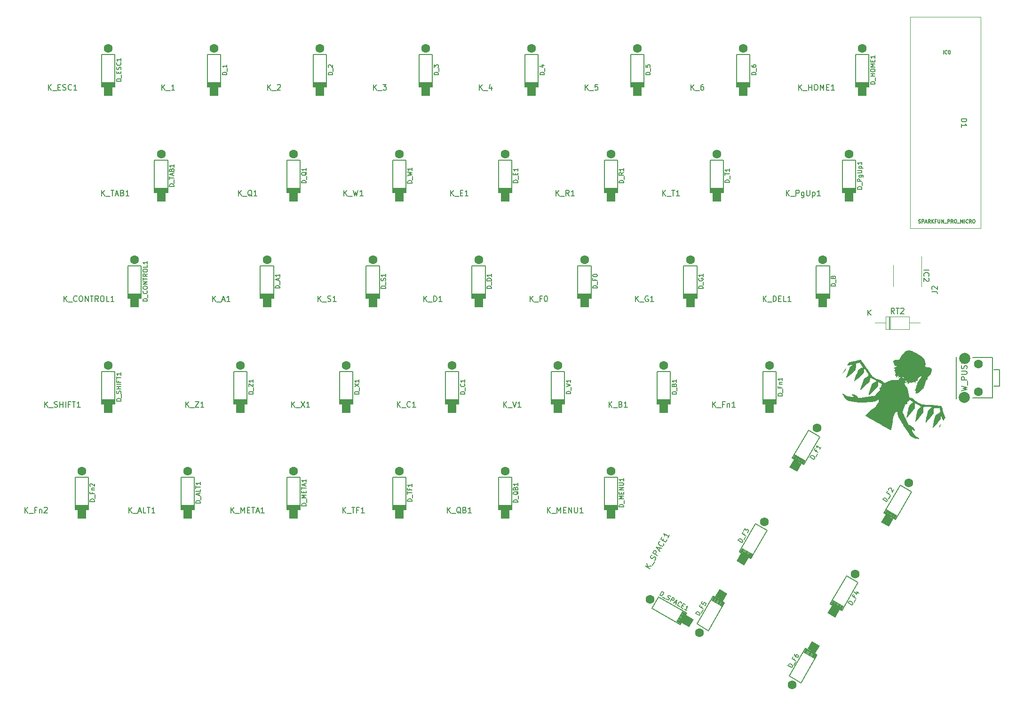
<source format=gbr>
G04 #@! TF.GenerationSoftware,KiCad,Pcbnew,(5.99.0-2039-g05a89863c)*
G04 #@! TF.CreationDate,2020-06-27T09:00:49+08:00*
G04 #@! TF.ProjectId,Keyboard-layout,4b657962-6f61-4726-942d-6c61796f7574,rev?*
G04 #@! TF.SameCoordinates,Original*
G04 #@! TF.FileFunction,Legend,Top*
G04 #@! TF.FilePolarity,Positive*
%FSLAX46Y46*%
G04 Gerber Fmt 4.6, Leading zero omitted, Abs format (unit mm)*
G04 Created by KiCad (PCBNEW (5.99.0-2039-g05a89863c)) date 2020-06-27 09:00:49*
%MOMM*%
%LPD*%
G01*
G04 APERTURE LIST*
%ADD10C,0.150000*%
%ADD11C,0.127000*%
%ADD12C,0.200000*%
%ADD13C,0.120000*%
%ADD14C,1.600000*%
%ADD15R,1.600000X1.600000*%
%ADD16C,2.000000*%
G04 APERTURE END LIST*
D10*
X117514880Y-70302380D02*
X117514880Y-69302380D01*
X118086309Y-70302380D02*
X117657738Y-69730952D01*
X118086309Y-69302380D02*
X117514880Y-69873809D01*
X118276785Y-70397619D02*
X119038690Y-70397619D01*
X119610119Y-69778571D02*
X119276785Y-69778571D01*
X119276785Y-70302380D02*
X119276785Y-69302380D01*
X119752976Y-69302380D01*
X120324404Y-69302380D02*
X120419642Y-69302380D01*
X120514880Y-69350000D01*
X120562500Y-69397619D01*
X120610119Y-69492857D01*
X120657738Y-69683333D01*
X120657738Y-69921428D01*
X120610119Y-70111904D01*
X120562500Y-70207142D01*
X120514880Y-70254761D01*
X120419642Y-70302380D01*
X120324404Y-70302380D01*
X120229166Y-70254761D01*
X120181547Y-70207142D01*
X120133928Y-70111904D01*
X120086309Y-69921428D01*
X120086309Y-69683333D01*
X120133928Y-69492857D01*
X120181547Y-69397619D01*
X120229166Y-69350000D01*
X120324404Y-69302380D01*
X140867172Y-123239843D02*
X141267172Y-122547023D01*
X141432129Y-122642261D01*
X141512056Y-122732395D01*
X141539943Y-122836473D01*
X141534839Y-122921504D01*
X141491640Y-123072517D01*
X141434498Y-123171491D01*
X141325316Y-123284410D01*
X141254229Y-123331345D01*
X141150151Y-123359233D01*
X141032129Y-123335081D01*
X140867172Y-123239843D01*
X141356940Y-123610588D02*
X141884803Y-123915350D01*
X142073911Y-123892566D02*
X142153838Y-123982700D01*
X142318795Y-124077938D01*
X142403826Y-124083042D01*
X142455865Y-124069098D01*
X142526951Y-124022163D01*
X142565047Y-123956180D01*
X142570151Y-123871150D01*
X142556207Y-123819111D01*
X142509271Y-123748024D01*
X142396353Y-123638842D01*
X142349418Y-123567755D01*
X142335474Y-123515716D01*
X142340578Y-123430686D01*
X142378673Y-123364703D01*
X142449760Y-123317767D01*
X142501799Y-123303824D01*
X142586829Y-123308927D01*
X142751787Y-123404166D01*
X142831713Y-123494300D01*
X142747684Y-124325557D02*
X143147684Y-123632737D01*
X143411616Y-123785118D01*
X143458551Y-123856205D01*
X143472495Y-123908244D01*
X143467391Y-123993274D01*
X143410248Y-124092249D01*
X143339161Y-124139184D01*
X143287122Y-124153128D01*
X143202092Y-124148024D01*
X142938160Y-123995643D01*
X143521799Y-124508561D02*
X143851713Y-124699037D01*
X143341530Y-124668414D02*
X143972470Y-124108927D01*
X143803410Y-124935081D01*
X144468343Y-125231003D02*
X144416304Y-125244947D01*
X144298282Y-125220795D01*
X144232299Y-125182700D01*
X144152372Y-125092566D01*
X144124485Y-124988488D01*
X144129588Y-124903457D01*
X144172787Y-124752444D01*
X144229930Y-124653470D01*
X144339112Y-124540551D01*
X144410199Y-124493616D01*
X144514277Y-124465728D01*
X144632299Y-124489880D01*
X144698282Y-124527975D01*
X144778209Y-124618109D01*
X144792152Y-124670148D01*
X144936694Y-125105509D02*
X145167635Y-125238842D01*
X145057085Y-125658891D02*
X144727171Y-125468414D01*
X145127171Y-124775594D01*
X145457085Y-124966070D01*
X145716914Y-126039843D02*
X145321017Y-125811272D01*
X145518965Y-125925557D02*
X145918965Y-125232737D01*
X145795840Y-125293616D01*
X145691761Y-125321504D01*
X145606731Y-125316400D01*
X177224404Y-50063095D02*
X176424404Y-50063095D01*
X176424404Y-49872619D01*
X176462500Y-49758333D01*
X176538690Y-49682142D01*
X176614880Y-49644047D01*
X176767261Y-49605952D01*
X176881547Y-49605952D01*
X177033928Y-49644047D01*
X177110119Y-49682142D01*
X177186309Y-49758333D01*
X177224404Y-49872619D01*
X177224404Y-50063095D01*
X177300595Y-49453571D02*
X177300595Y-48844047D01*
X177224404Y-48653571D02*
X176424404Y-48653571D01*
X176424404Y-48348809D01*
X176462500Y-48272619D01*
X176500595Y-48234523D01*
X176576785Y-48196428D01*
X176691071Y-48196428D01*
X176767261Y-48234523D01*
X176805357Y-48272619D01*
X176843452Y-48348809D01*
X176843452Y-48653571D01*
X176691071Y-47510714D02*
X177338690Y-47510714D01*
X177414880Y-47548809D01*
X177452976Y-47586904D01*
X177491071Y-47663095D01*
X177491071Y-47777380D01*
X177452976Y-47853571D01*
X177186309Y-47510714D02*
X177224404Y-47586904D01*
X177224404Y-47739285D01*
X177186309Y-47815476D01*
X177148214Y-47853571D01*
X177072023Y-47891666D01*
X176843452Y-47891666D01*
X176767261Y-47853571D01*
X176729166Y-47815476D01*
X176691071Y-47739285D01*
X176691071Y-47586904D01*
X176729166Y-47510714D01*
X176424404Y-47129761D02*
X177072023Y-47129761D01*
X177148214Y-47091666D01*
X177186309Y-47053571D01*
X177224404Y-46977380D01*
X177224404Y-46825000D01*
X177186309Y-46748809D01*
X177148214Y-46710714D01*
X177072023Y-46672619D01*
X176424404Y-46672619D01*
X176691071Y-46291666D02*
X177491071Y-46291666D01*
X176729166Y-46291666D02*
X176691071Y-46215476D01*
X176691071Y-46063095D01*
X176729166Y-45986904D01*
X176767261Y-45948809D01*
X176843452Y-45910714D01*
X177072023Y-45910714D01*
X177148214Y-45948809D01*
X177186309Y-45986904D01*
X177224404Y-46063095D01*
X177224404Y-46215476D01*
X177186309Y-46291666D01*
X177224404Y-45148809D02*
X177224404Y-45605952D01*
X177224404Y-45377380D02*
X176424404Y-45377380D01*
X176538690Y-45453571D01*
X176614880Y-45529761D01*
X176652976Y-45605952D01*
X179605654Y-31127380D02*
X178805654Y-31127380D01*
X178805654Y-30936904D01*
X178843750Y-30822619D01*
X178919940Y-30746428D01*
X178996130Y-30708333D01*
X179148511Y-30670238D01*
X179262797Y-30670238D01*
X179415178Y-30708333D01*
X179491369Y-30746428D01*
X179567559Y-30822619D01*
X179605654Y-30936904D01*
X179605654Y-31127380D01*
X179681845Y-30517857D02*
X179681845Y-29908333D01*
X179605654Y-29717857D02*
X178805654Y-29717857D01*
X179186607Y-29717857D02*
X179186607Y-29260714D01*
X179605654Y-29260714D02*
X178805654Y-29260714D01*
X178805654Y-28727380D02*
X178805654Y-28575000D01*
X178843750Y-28498809D01*
X178919940Y-28422619D01*
X179072321Y-28384523D01*
X179338988Y-28384523D01*
X179491369Y-28422619D01*
X179567559Y-28498809D01*
X179605654Y-28575000D01*
X179605654Y-28727380D01*
X179567559Y-28803571D01*
X179491369Y-28879761D01*
X179338988Y-28917857D01*
X179072321Y-28917857D01*
X178919940Y-28879761D01*
X178843750Y-28803571D01*
X178805654Y-28727380D01*
X179605654Y-28041666D02*
X178805654Y-28041666D01*
X179377083Y-27775000D01*
X178805654Y-27508333D01*
X179605654Y-27508333D01*
X179186607Y-27127380D02*
X179186607Y-26860714D01*
X179605654Y-26746428D02*
X179605654Y-27127380D01*
X178805654Y-27127380D01*
X178805654Y-26746428D01*
X179605654Y-25984523D02*
X179605654Y-26441666D01*
X179605654Y-26213095D02*
X178805654Y-26213095D01*
X178919940Y-26289285D01*
X178996130Y-26365476D01*
X179034226Y-26441666D01*
X39111904Y-106375000D02*
X38311904Y-106375000D01*
X38311904Y-106184523D01*
X38350000Y-106070238D01*
X38426190Y-105994047D01*
X38502380Y-105955952D01*
X38654761Y-105917857D01*
X38769047Y-105917857D01*
X38921428Y-105955952D01*
X38997619Y-105994047D01*
X39073809Y-106070238D01*
X39111904Y-106184523D01*
X39111904Y-106375000D01*
X39188095Y-105765476D02*
X39188095Y-105155952D01*
X38692857Y-104698809D02*
X38692857Y-104965476D01*
X39111904Y-104965476D02*
X38311904Y-104965476D01*
X38311904Y-104584523D01*
X38578571Y-104279761D02*
X39111904Y-104279761D01*
X38654761Y-104279761D02*
X38616666Y-104241666D01*
X38578571Y-104165476D01*
X38578571Y-104051190D01*
X38616666Y-103975000D01*
X38692857Y-103936904D01*
X39111904Y-103936904D01*
X38388095Y-103594047D02*
X38350000Y-103555952D01*
X38311904Y-103479761D01*
X38311904Y-103289285D01*
X38350000Y-103213095D01*
X38388095Y-103175000D01*
X38464285Y-103136904D01*
X38540476Y-103136904D01*
X38654761Y-103175000D01*
X39111904Y-103632142D01*
X39111904Y-103136904D01*
X129599404Y-67913095D02*
X128799404Y-67913095D01*
X128799404Y-67722619D01*
X128837500Y-67608333D01*
X128913690Y-67532142D01*
X128989880Y-67494047D01*
X129142261Y-67455952D01*
X129256547Y-67455952D01*
X129408928Y-67494047D01*
X129485119Y-67532142D01*
X129561309Y-67608333D01*
X129599404Y-67722619D01*
X129599404Y-67913095D01*
X129675595Y-67303571D02*
X129675595Y-66694047D01*
X129180357Y-66236904D02*
X129180357Y-66503571D01*
X129599404Y-66503571D02*
X128799404Y-66503571D01*
X128799404Y-66122619D01*
X128799404Y-65665476D02*
X128799404Y-65589285D01*
X128837500Y-65513095D01*
X128875595Y-65475000D01*
X128951785Y-65436904D01*
X129104166Y-65398809D01*
X129294642Y-65398809D01*
X129447023Y-65436904D01*
X129523214Y-65475000D01*
X129561309Y-65513095D01*
X129599404Y-65589285D01*
X129599404Y-65665476D01*
X129561309Y-65741666D01*
X129523214Y-65779761D01*
X129447023Y-65817857D01*
X129294642Y-65855952D01*
X129104166Y-65855952D01*
X128951785Y-65817857D01*
X128875595Y-65779761D01*
X128837500Y-65741666D01*
X128799404Y-65665476D01*
X165878273Y-32202380D02*
X165878273Y-31202380D01*
X166449702Y-32202380D02*
X166021130Y-31630952D01*
X166449702Y-31202380D02*
X165878273Y-31773809D01*
X166640178Y-32297619D02*
X167402083Y-32297619D01*
X167640178Y-32202380D02*
X167640178Y-31202380D01*
X167640178Y-31678571D02*
X168211607Y-31678571D01*
X168211607Y-32202380D02*
X168211607Y-31202380D01*
X168878273Y-31202380D02*
X169068750Y-31202380D01*
X169163988Y-31250000D01*
X169259226Y-31345238D01*
X169306845Y-31535714D01*
X169306845Y-31869047D01*
X169259226Y-32059523D01*
X169163988Y-32154761D01*
X169068750Y-32202380D01*
X168878273Y-32202380D01*
X168783035Y-32154761D01*
X168687797Y-32059523D01*
X168640178Y-31869047D01*
X168640178Y-31535714D01*
X168687797Y-31345238D01*
X168783035Y-31250000D01*
X168878273Y-31202380D01*
X169735416Y-32202380D02*
X169735416Y-31202380D01*
X170068750Y-31916666D01*
X170402083Y-31202380D01*
X170402083Y-32202380D01*
X170878273Y-31678571D02*
X171211607Y-31678571D01*
X171354464Y-32202380D02*
X170878273Y-32202380D01*
X170878273Y-31202380D01*
X171354464Y-31202380D01*
X172306845Y-32202380D02*
X171735416Y-32202380D01*
X172021130Y-32202380D02*
X172021130Y-31202380D01*
X171925892Y-31345238D01*
X171830654Y-31440476D01*
X171735416Y-31488095D01*
X30789880Y-32202380D02*
X30789880Y-31202380D01*
X31361309Y-32202380D02*
X30932738Y-31630952D01*
X31361309Y-31202380D02*
X30789880Y-31773809D01*
X31551785Y-32297619D02*
X32313690Y-32297619D01*
X32551785Y-31678571D02*
X32885119Y-31678571D01*
X33027976Y-32202380D02*
X32551785Y-32202380D01*
X32551785Y-31202380D01*
X33027976Y-31202380D01*
X33408928Y-32154761D02*
X33551785Y-32202380D01*
X33789880Y-32202380D01*
X33885119Y-32154761D01*
X33932738Y-32107142D01*
X33980357Y-32011904D01*
X33980357Y-31916666D01*
X33932738Y-31821428D01*
X33885119Y-31773809D01*
X33789880Y-31726190D01*
X33599404Y-31678571D01*
X33504166Y-31630952D01*
X33456547Y-31583333D01*
X33408928Y-31488095D01*
X33408928Y-31392857D01*
X33456547Y-31297619D01*
X33504166Y-31250000D01*
X33599404Y-31202380D01*
X33837500Y-31202380D01*
X33980357Y-31250000D01*
X34980357Y-32107142D02*
X34932738Y-32154761D01*
X34789880Y-32202380D01*
X34694642Y-32202380D01*
X34551785Y-32154761D01*
X34456547Y-32059523D01*
X34408928Y-31964285D01*
X34361309Y-31773809D01*
X34361309Y-31630952D01*
X34408928Y-31440476D01*
X34456547Y-31345238D01*
X34551785Y-31250000D01*
X34694642Y-31202380D01*
X34789880Y-31202380D01*
X34932738Y-31250000D01*
X34980357Y-31297619D01*
X35932738Y-32202380D02*
X35361309Y-32202380D01*
X35647023Y-32202380D02*
X35647023Y-31202380D01*
X35551785Y-31345238D01*
X35456547Y-31440476D01*
X35361309Y-31488095D01*
X146518452Y-32202380D02*
X146518452Y-31202380D01*
X147089880Y-32202380D02*
X146661309Y-31630952D01*
X147089880Y-31202380D02*
X146518452Y-31773809D01*
X147280357Y-32297619D02*
X148042261Y-32297619D01*
X148708928Y-31202380D02*
X148518452Y-31202380D01*
X148423214Y-31250000D01*
X148375595Y-31297619D01*
X148280357Y-31440476D01*
X148232738Y-31630952D01*
X148232738Y-32011904D01*
X148280357Y-32107142D01*
X148327976Y-32154761D01*
X148423214Y-32202380D01*
X148613690Y-32202380D01*
X148708928Y-32154761D01*
X148756547Y-32107142D01*
X148804166Y-32011904D01*
X148804166Y-31773809D01*
X148756547Y-31678571D01*
X148708928Y-31630952D01*
X148613690Y-31583333D01*
X148423214Y-31583333D01*
X148327976Y-31630952D01*
X148280357Y-31678571D01*
X148232738Y-31773809D01*
X127468452Y-32202380D02*
X127468452Y-31202380D01*
X128039880Y-32202380D02*
X127611309Y-31630952D01*
X128039880Y-31202380D02*
X127468452Y-31773809D01*
X128230357Y-32297619D02*
X128992261Y-32297619D01*
X129706547Y-31202380D02*
X129230357Y-31202380D01*
X129182738Y-31678571D01*
X129230357Y-31630952D01*
X129325595Y-31583333D01*
X129563690Y-31583333D01*
X129658928Y-31630952D01*
X129706547Y-31678571D01*
X129754166Y-31773809D01*
X129754166Y-32011904D01*
X129706547Y-32107142D01*
X129658928Y-32154761D01*
X129563690Y-32202380D01*
X129325595Y-32202380D01*
X129230357Y-32154761D01*
X129182738Y-32107142D01*
X108418452Y-32202380D02*
X108418452Y-31202380D01*
X108989880Y-32202380D02*
X108561309Y-31630952D01*
X108989880Y-31202380D02*
X108418452Y-31773809D01*
X109180357Y-32297619D02*
X109942261Y-32297619D01*
X110608928Y-31535714D02*
X110608928Y-32202380D01*
X110370833Y-31154761D02*
X110132738Y-31869047D01*
X110751785Y-31869047D01*
X89368452Y-32202380D02*
X89368452Y-31202380D01*
X89939880Y-32202380D02*
X89511309Y-31630952D01*
X89939880Y-31202380D02*
X89368452Y-31773809D01*
X90130357Y-32297619D02*
X90892261Y-32297619D01*
X91035119Y-31202380D02*
X91654166Y-31202380D01*
X91320833Y-31583333D01*
X91463690Y-31583333D01*
X91558928Y-31630952D01*
X91606547Y-31678571D01*
X91654166Y-31773809D01*
X91654166Y-32011904D01*
X91606547Y-32107142D01*
X91558928Y-32154761D01*
X91463690Y-32202380D01*
X91177976Y-32202380D01*
X91082738Y-32154761D01*
X91035119Y-32107142D01*
X70318452Y-32202380D02*
X70318452Y-31202380D01*
X70889880Y-32202380D02*
X70461309Y-31630952D01*
X70889880Y-31202380D02*
X70318452Y-31773809D01*
X71080357Y-32297619D02*
X71842261Y-32297619D01*
X72032738Y-31297619D02*
X72080357Y-31250000D01*
X72175595Y-31202380D01*
X72413690Y-31202380D01*
X72508928Y-31250000D01*
X72556547Y-31297619D01*
X72604166Y-31392857D01*
X72604166Y-31488095D01*
X72556547Y-31630952D01*
X71985119Y-32202380D01*
X72604166Y-32202380D01*
X51268452Y-32202380D02*
X51268452Y-31202380D01*
X51839880Y-32202380D02*
X51411309Y-31630952D01*
X51839880Y-31202380D02*
X51268452Y-31773809D01*
X52030357Y-32297619D02*
X52792261Y-32297619D01*
X53554166Y-32202380D02*
X52982738Y-32202380D01*
X53268452Y-32202380D02*
X53268452Y-31202380D01*
X53173214Y-31345238D01*
X53077976Y-31440476D01*
X52982738Y-31488095D01*
X43874404Y-30613095D02*
X43074404Y-30613095D01*
X43074404Y-30422619D01*
X43112500Y-30308333D01*
X43188690Y-30232142D01*
X43264880Y-30194047D01*
X43417261Y-30155952D01*
X43531547Y-30155952D01*
X43683928Y-30194047D01*
X43760119Y-30232142D01*
X43836309Y-30308333D01*
X43874404Y-30422619D01*
X43874404Y-30613095D01*
X43950595Y-30003571D02*
X43950595Y-29394047D01*
X43455357Y-29203571D02*
X43455357Y-28936904D01*
X43874404Y-28822619D02*
X43874404Y-29203571D01*
X43074404Y-29203571D01*
X43074404Y-28822619D01*
X43836309Y-28517857D02*
X43874404Y-28403571D01*
X43874404Y-28213095D01*
X43836309Y-28136904D01*
X43798214Y-28098809D01*
X43722023Y-28060714D01*
X43645833Y-28060714D01*
X43569642Y-28098809D01*
X43531547Y-28136904D01*
X43493452Y-28213095D01*
X43455357Y-28365476D01*
X43417261Y-28441666D01*
X43379166Y-28479761D01*
X43302976Y-28517857D01*
X43226785Y-28517857D01*
X43150595Y-28479761D01*
X43112500Y-28441666D01*
X43074404Y-28365476D01*
X43074404Y-28175000D01*
X43112500Y-28060714D01*
X43798214Y-27260714D02*
X43836309Y-27298809D01*
X43874404Y-27413095D01*
X43874404Y-27489285D01*
X43836309Y-27603571D01*
X43760119Y-27679761D01*
X43683928Y-27717857D01*
X43531547Y-27755952D01*
X43417261Y-27755952D01*
X43264880Y-27717857D01*
X43188690Y-27679761D01*
X43112500Y-27603571D01*
X43074404Y-27489285D01*
X43074404Y-27413095D01*
X43112500Y-27298809D01*
X43150595Y-27260714D01*
X43874404Y-26498809D02*
X43874404Y-26955952D01*
X43874404Y-26727380D02*
X43074404Y-26727380D01*
X43188690Y-26803571D01*
X43264880Y-26879761D01*
X43302976Y-26955952D01*
X62924404Y-29470238D02*
X62124404Y-29470238D01*
X62124404Y-29279761D01*
X62162500Y-29165476D01*
X62238690Y-29089285D01*
X62314880Y-29051190D01*
X62467261Y-29013095D01*
X62581547Y-29013095D01*
X62733928Y-29051190D01*
X62810119Y-29089285D01*
X62886309Y-29165476D01*
X62924404Y-29279761D01*
X62924404Y-29470238D01*
X63000595Y-28860714D02*
X63000595Y-28251190D01*
X62924404Y-27641666D02*
X62924404Y-28098809D01*
X62924404Y-27870238D02*
X62124404Y-27870238D01*
X62238690Y-27946428D01*
X62314880Y-28022619D01*
X62352976Y-28098809D01*
X40433928Y-51252380D02*
X40433928Y-50252380D01*
X41005357Y-51252380D02*
X40576785Y-50680952D01*
X41005357Y-50252380D02*
X40433928Y-50823809D01*
X41195833Y-51347619D02*
X41957738Y-51347619D01*
X42052976Y-50252380D02*
X42624404Y-50252380D01*
X42338690Y-51252380D02*
X42338690Y-50252380D01*
X42910119Y-50966666D02*
X43386309Y-50966666D01*
X42814880Y-51252380D02*
X43148214Y-50252380D01*
X43481547Y-51252380D01*
X44148214Y-50728571D02*
X44291071Y-50776190D01*
X44338690Y-50823809D01*
X44386309Y-50919047D01*
X44386309Y-51061904D01*
X44338690Y-51157142D01*
X44291071Y-51204761D01*
X44195833Y-51252380D01*
X43814880Y-51252380D01*
X43814880Y-50252380D01*
X44148214Y-50252380D01*
X44243452Y-50300000D01*
X44291071Y-50347619D01*
X44338690Y-50442857D01*
X44338690Y-50538095D01*
X44291071Y-50633333D01*
X44243452Y-50680952D01*
X44148214Y-50728571D01*
X43814880Y-50728571D01*
X45338690Y-51252380D02*
X44767261Y-51252380D01*
X45052976Y-51252380D02*
X45052976Y-50252380D01*
X44957738Y-50395238D01*
X44862500Y-50490476D01*
X44767261Y-50538095D01*
X30170833Y-89352380D02*
X30170833Y-88352380D01*
X30742261Y-89352380D02*
X30313690Y-88780952D01*
X30742261Y-88352380D02*
X30170833Y-88923809D01*
X30932738Y-89447619D02*
X31694642Y-89447619D01*
X31885119Y-89304761D02*
X32027976Y-89352380D01*
X32266071Y-89352380D01*
X32361309Y-89304761D01*
X32408928Y-89257142D01*
X32456547Y-89161904D01*
X32456547Y-89066666D01*
X32408928Y-88971428D01*
X32361309Y-88923809D01*
X32266071Y-88876190D01*
X32075595Y-88828571D01*
X31980357Y-88780952D01*
X31932738Y-88733333D01*
X31885119Y-88638095D01*
X31885119Y-88542857D01*
X31932738Y-88447619D01*
X31980357Y-88400000D01*
X32075595Y-88352380D01*
X32313690Y-88352380D01*
X32456547Y-88400000D01*
X32885119Y-89352380D02*
X32885119Y-88352380D01*
X32885119Y-88828571D02*
X33456547Y-88828571D01*
X33456547Y-89352380D02*
X33456547Y-88352380D01*
X33932738Y-89352380D02*
X33932738Y-88352380D01*
X34742261Y-88828571D02*
X34408928Y-88828571D01*
X34408928Y-89352380D02*
X34408928Y-88352380D01*
X34885119Y-88352380D01*
X35123214Y-88352380D02*
X35694642Y-88352380D01*
X35408928Y-89352380D02*
X35408928Y-88352380D01*
X36551785Y-89352380D02*
X35980357Y-89352380D01*
X36266071Y-89352380D02*
X36266071Y-88352380D01*
X36170833Y-88495238D01*
X36075595Y-88590476D01*
X35980357Y-88638095D01*
X163639880Y-51252380D02*
X163639880Y-50252380D01*
X164211309Y-51252380D02*
X163782738Y-50680952D01*
X164211309Y-50252380D02*
X163639880Y-50823809D01*
X164401785Y-51347619D02*
X165163690Y-51347619D01*
X165401785Y-51252380D02*
X165401785Y-50252380D01*
X165782738Y-50252380D01*
X165877976Y-50300000D01*
X165925595Y-50347619D01*
X165973214Y-50442857D01*
X165973214Y-50585714D01*
X165925595Y-50680952D01*
X165877976Y-50728571D01*
X165782738Y-50776190D01*
X165401785Y-50776190D01*
X166830357Y-50585714D02*
X166830357Y-51395238D01*
X166782738Y-51490476D01*
X166735119Y-51538095D01*
X166639880Y-51585714D01*
X166497023Y-51585714D01*
X166401785Y-51538095D01*
X166830357Y-51204761D02*
X166735119Y-51252380D01*
X166544642Y-51252380D01*
X166449404Y-51204761D01*
X166401785Y-51157142D01*
X166354166Y-51061904D01*
X166354166Y-50776190D01*
X166401785Y-50680952D01*
X166449404Y-50633333D01*
X166544642Y-50585714D01*
X166735119Y-50585714D01*
X166830357Y-50633333D01*
X167306547Y-50252380D02*
X167306547Y-51061904D01*
X167354166Y-51157142D01*
X167401785Y-51204761D01*
X167497023Y-51252380D01*
X167687500Y-51252380D01*
X167782738Y-51204761D01*
X167830357Y-51157142D01*
X167877976Y-51061904D01*
X167877976Y-50252380D01*
X168354166Y-50585714D02*
X168354166Y-51585714D01*
X168354166Y-50633333D02*
X168449404Y-50585714D01*
X168639880Y-50585714D01*
X168735119Y-50633333D01*
X168782738Y-50680952D01*
X168830357Y-50776190D01*
X168830357Y-51061904D01*
X168782738Y-51157142D01*
X168735119Y-51204761D01*
X168639880Y-51252380D01*
X168449404Y-51252380D01*
X168354166Y-51204761D01*
X169782738Y-51252380D02*
X169211309Y-51252380D01*
X169497023Y-51252380D02*
X169497023Y-50252380D01*
X169401785Y-50395238D01*
X169306547Y-50490476D01*
X169211309Y-50538095D01*
X26575000Y-108402380D02*
X26575000Y-107402380D01*
X27146428Y-108402380D02*
X26717857Y-107830952D01*
X27146428Y-107402380D02*
X26575000Y-107973809D01*
X27336904Y-108497619D02*
X28098809Y-108497619D01*
X28670238Y-107878571D02*
X28336904Y-107878571D01*
X28336904Y-108402380D02*
X28336904Y-107402380D01*
X28813095Y-107402380D01*
X29194047Y-107735714D02*
X29194047Y-108402380D01*
X29194047Y-107830952D02*
X29241666Y-107783333D01*
X29336904Y-107735714D01*
X29479761Y-107735714D01*
X29575000Y-107783333D01*
X29622619Y-107878571D01*
X29622619Y-108402380D01*
X30051190Y-107497619D02*
X30098809Y-107450000D01*
X30194047Y-107402380D01*
X30432142Y-107402380D01*
X30527380Y-107450000D01*
X30575000Y-107497619D01*
X30622619Y-107592857D01*
X30622619Y-107688095D01*
X30575000Y-107830952D01*
X30003571Y-108402380D01*
X30622619Y-108402380D01*
X183094380Y-72500380D02*
X182761047Y-72024190D01*
X182522952Y-72500380D02*
X182522952Y-71500380D01*
X182903904Y-71500380D01*
X182999142Y-71548000D01*
X183046761Y-71595619D01*
X183094380Y-71690857D01*
X183094380Y-71833714D01*
X183046761Y-71928952D01*
X182999142Y-71976571D01*
X182903904Y-72024190D01*
X182522952Y-72024190D01*
X183380095Y-71500380D02*
X183951523Y-71500380D01*
X183665809Y-72500380D02*
X183665809Y-71500380D01*
X184237238Y-71595619D02*
X184284857Y-71548000D01*
X184380095Y-71500380D01*
X184618190Y-71500380D01*
X184713428Y-71548000D01*
X184761047Y-71595619D01*
X184808666Y-71690857D01*
X184808666Y-71786095D01*
X184761047Y-71928952D01*
X184189619Y-72500380D01*
X184808666Y-72500380D01*
X178300095Y-72820380D02*
X178300095Y-71820380D01*
X178871523Y-72820380D02*
X178442952Y-72248952D01*
X178871523Y-71820380D02*
X178300095Y-72391809D01*
X188367619Y-64682809D02*
X189367619Y-64682809D01*
X188462857Y-65730428D02*
X188415238Y-65682809D01*
X188367619Y-65539952D01*
X188367619Y-65444714D01*
X188415238Y-65301857D01*
X188510476Y-65206619D01*
X188605714Y-65159000D01*
X188796190Y-65111380D01*
X188939047Y-65111380D01*
X189129523Y-65159000D01*
X189224761Y-65206619D01*
X189320000Y-65301857D01*
X189367619Y-65444714D01*
X189367619Y-65539952D01*
X189320000Y-65682809D01*
X189272380Y-65730428D01*
X189272380Y-66111380D02*
X189320000Y-66159000D01*
X189367619Y-66254238D01*
X189367619Y-66492333D01*
X189320000Y-66587571D01*
X189272380Y-66635190D01*
X189177142Y-66682809D01*
X189081904Y-66682809D01*
X188939047Y-66635190D01*
X188367619Y-66063761D01*
X188367619Y-66682809D01*
D11*
X191936914Y-25675771D02*
X191936914Y-25066171D01*
X192575542Y-25617714D02*
X192546514Y-25646742D01*
X192459428Y-25675771D01*
X192401371Y-25675771D01*
X192314285Y-25646742D01*
X192256228Y-25588685D01*
X192227200Y-25530628D01*
X192198171Y-25414514D01*
X192198171Y-25327428D01*
X192227200Y-25211314D01*
X192256228Y-25153257D01*
X192314285Y-25095200D01*
X192401371Y-25066171D01*
X192459428Y-25066171D01*
X192546514Y-25095200D01*
X192575542Y-25124228D01*
X192952914Y-25066171D02*
X193010971Y-25066171D01*
X193069028Y-25095200D01*
X193098057Y-25124228D01*
X193127085Y-25182285D01*
X193156114Y-25298400D01*
X193156114Y-25443542D01*
X193127085Y-25559657D01*
X193098057Y-25617714D01*
X193069028Y-25646742D01*
X193010971Y-25675771D01*
X192952914Y-25675771D01*
X192894857Y-25646742D01*
X192865828Y-25617714D01*
X192836800Y-25559657D01*
X192807771Y-25443542D01*
X192807771Y-25298400D01*
X192836800Y-25182285D01*
X192865828Y-25124228D01*
X192894857Y-25095200D01*
X192952914Y-25066171D01*
X187466514Y-56126742D02*
X187553600Y-56155771D01*
X187698742Y-56155771D01*
X187756800Y-56126742D01*
X187785828Y-56097714D01*
X187814857Y-56039657D01*
X187814857Y-55981600D01*
X187785828Y-55923542D01*
X187756800Y-55894514D01*
X187698742Y-55865485D01*
X187582628Y-55836457D01*
X187524571Y-55807428D01*
X187495542Y-55778400D01*
X187466514Y-55720342D01*
X187466514Y-55662285D01*
X187495542Y-55604228D01*
X187524571Y-55575200D01*
X187582628Y-55546171D01*
X187727771Y-55546171D01*
X187814857Y-55575200D01*
X188076114Y-56155771D02*
X188076114Y-55546171D01*
X188308342Y-55546171D01*
X188366400Y-55575200D01*
X188395428Y-55604228D01*
X188424457Y-55662285D01*
X188424457Y-55749371D01*
X188395428Y-55807428D01*
X188366400Y-55836457D01*
X188308342Y-55865485D01*
X188076114Y-55865485D01*
X188656685Y-55981600D02*
X188946971Y-55981600D01*
X188598628Y-56155771D02*
X188801828Y-55546171D01*
X189005028Y-56155771D01*
X189556571Y-56155771D02*
X189353371Y-55865485D01*
X189208228Y-56155771D02*
X189208228Y-55546171D01*
X189440457Y-55546171D01*
X189498514Y-55575200D01*
X189527542Y-55604228D01*
X189556571Y-55662285D01*
X189556571Y-55749371D01*
X189527542Y-55807428D01*
X189498514Y-55836457D01*
X189440457Y-55865485D01*
X189208228Y-55865485D01*
X189817828Y-56155771D02*
X189817828Y-55546171D01*
X190166171Y-56155771D02*
X189904914Y-55807428D01*
X190166171Y-55546171D02*
X189817828Y-55894514D01*
X190630628Y-55836457D02*
X190427428Y-55836457D01*
X190427428Y-56155771D02*
X190427428Y-55546171D01*
X190717714Y-55546171D01*
X190949942Y-55546171D02*
X190949942Y-56039657D01*
X190978971Y-56097714D01*
X191008000Y-56126742D01*
X191066057Y-56155771D01*
X191182171Y-56155771D01*
X191240228Y-56126742D01*
X191269257Y-56097714D01*
X191298285Y-56039657D01*
X191298285Y-55546171D01*
X191588571Y-56155771D02*
X191588571Y-55546171D01*
X191936914Y-56155771D01*
X191936914Y-55546171D01*
X192082057Y-56213828D02*
X192546514Y-56213828D01*
X192691657Y-56155771D02*
X192691657Y-55546171D01*
X192923885Y-55546171D01*
X192981942Y-55575200D01*
X193010971Y-55604228D01*
X193040000Y-55662285D01*
X193040000Y-55749371D01*
X193010971Y-55807428D01*
X192981942Y-55836457D01*
X192923885Y-55865485D01*
X192691657Y-55865485D01*
X193649600Y-56155771D02*
X193446400Y-55865485D01*
X193301257Y-56155771D02*
X193301257Y-55546171D01*
X193533485Y-55546171D01*
X193591542Y-55575200D01*
X193620571Y-55604228D01*
X193649600Y-55662285D01*
X193649600Y-55749371D01*
X193620571Y-55807428D01*
X193591542Y-55836457D01*
X193533485Y-55865485D01*
X193301257Y-55865485D01*
X194026971Y-55546171D02*
X194143085Y-55546171D01*
X194201142Y-55575200D01*
X194259200Y-55633257D01*
X194288228Y-55749371D01*
X194288228Y-55952571D01*
X194259200Y-56068685D01*
X194201142Y-56126742D01*
X194143085Y-56155771D01*
X194026971Y-56155771D01*
X193968914Y-56126742D01*
X193910857Y-56068685D01*
X193881828Y-55952571D01*
X193881828Y-55749371D01*
X193910857Y-55633257D01*
X193968914Y-55575200D01*
X194026971Y-55546171D01*
X194404342Y-56213828D02*
X194868800Y-56213828D01*
X195013942Y-56155771D02*
X195013942Y-55546171D01*
X195217142Y-55981600D01*
X195420342Y-55546171D01*
X195420342Y-56155771D01*
X195710628Y-56155771D02*
X195710628Y-55546171D01*
X196349257Y-56097714D02*
X196320228Y-56126742D01*
X196233142Y-56155771D01*
X196175085Y-56155771D01*
X196088000Y-56126742D01*
X196029942Y-56068685D01*
X196000914Y-56010628D01*
X195971885Y-55894514D01*
X195971885Y-55807428D01*
X196000914Y-55691314D01*
X196029942Y-55633257D01*
X196088000Y-55575200D01*
X196175085Y-55546171D01*
X196233142Y-55546171D01*
X196320228Y-55575200D01*
X196349257Y-55604228D01*
X196958857Y-56155771D02*
X196755657Y-55865485D01*
X196610514Y-56155771D02*
X196610514Y-55546171D01*
X196842742Y-55546171D01*
X196900800Y-55575200D01*
X196929828Y-55604228D01*
X196958857Y-55662285D01*
X196958857Y-55749371D01*
X196929828Y-55807428D01*
X196900800Y-55836457D01*
X196842742Y-55865485D01*
X196610514Y-55865485D01*
X197336228Y-55546171D02*
X197452342Y-55546171D01*
X197510400Y-55575200D01*
X197568457Y-55633257D01*
X197597485Y-55749371D01*
X197597485Y-55952571D01*
X197568457Y-56068685D01*
X197510400Y-56126742D01*
X197452342Y-56155771D01*
X197336228Y-56155771D01*
X197278171Y-56126742D01*
X197220114Y-56068685D01*
X197191085Y-55952571D01*
X197191085Y-55749371D01*
X197220114Y-55633257D01*
X197278171Y-55575200D01*
X197336228Y-55546171D01*
D10*
X195127619Y-37361904D02*
X196127619Y-37361904D01*
X196127619Y-37600000D01*
X196080000Y-37742857D01*
X195984761Y-37838095D01*
X195889523Y-37885714D01*
X195699047Y-37933333D01*
X195556190Y-37933333D01*
X195365714Y-37885714D01*
X195270476Y-37838095D01*
X195175238Y-37742857D01*
X195127619Y-37600000D01*
X195127619Y-37361904D01*
X195127619Y-38885714D02*
X195127619Y-38314285D01*
X195127619Y-38600000D02*
X196127619Y-38600000D01*
X195984761Y-38504761D01*
X195889523Y-38409523D01*
X195841904Y-38314285D01*
X196101761Y-87335904D02*
X196149380Y-87193047D01*
X196149380Y-86954952D01*
X196101761Y-86859714D01*
X196054142Y-86812095D01*
X195958904Y-86764476D01*
X195863666Y-86764476D01*
X195768428Y-86812095D01*
X195720809Y-86859714D01*
X195673190Y-86954952D01*
X195625571Y-87145428D01*
X195577952Y-87240666D01*
X195530333Y-87288285D01*
X195435095Y-87335904D01*
X195339857Y-87335904D01*
X195244619Y-87288285D01*
X195197000Y-87240666D01*
X195149380Y-87145428D01*
X195149380Y-86907333D01*
X195197000Y-86764476D01*
X195149380Y-86431142D02*
X196149380Y-86193047D01*
X195435095Y-86002571D01*
X196149380Y-85812095D01*
X195149380Y-85574000D01*
X196244619Y-85431142D02*
X196244619Y-84669238D01*
X196149380Y-84431142D02*
X195149380Y-84431142D01*
X195149380Y-84050190D01*
X195197000Y-83954952D01*
X195244619Y-83907333D01*
X195339857Y-83859714D01*
X195482714Y-83859714D01*
X195577952Y-83907333D01*
X195625571Y-83954952D01*
X195673190Y-84050190D01*
X195673190Y-84431142D01*
X195149380Y-83431142D02*
X195958904Y-83431142D01*
X196054142Y-83383523D01*
X196101761Y-83335904D01*
X196149380Y-83240666D01*
X196149380Y-83050190D01*
X196101761Y-82954952D01*
X196054142Y-82907333D01*
X195958904Y-82859714D01*
X195149380Y-82859714D01*
X196101761Y-82431142D02*
X196149380Y-82288285D01*
X196149380Y-82050190D01*
X196101761Y-81954952D01*
X196054142Y-81907333D01*
X195958904Y-81859714D01*
X195863666Y-81859714D01*
X195768428Y-81907333D01*
X195720809Y-81954952D01*
X195673190Y-82050190D01*
X195625571Y-82240666D01*
X195577952Y-82335904D01*
X195530333Y-82383523D01*
X195435095Y-82431142D01*
X195339857Y-82431142D01*
X195244619Y-82383523D01*
X195197000Y-82335904D01*
X195149380Y-82240666D01*
X195149380Y-82002571D01*
X195197000Y-81859714D01*
X196149380Y-81431142D02*
X195149380Y-81431142D01*
X195625571Y-81431142D02*
X195625571Y-80859714D01*
X196149380Y-80859714D02*
X195149380Y-80859714D01*
X189825380Y-68532333D02*
X190539666Y-68532333D01*
X190682523Y-68579952D01*
X190777761Y-68675190D01*
X190825380Y-68818047D01*
X190825380Y-68913285D01*
X189920619Y-68103761D02*
X189873000Y-68056142D01*
X189825380Y-67960904D01*
X189825380Y-67722809D01*
X189873000Y-67627571D01*
X189920619Y-67579952D01*
X190015857Y-67532333D01*
X190111095Y-67532333D01*
X190253952Y-67579952D01*
X190825380Y-68151380D01*
X190825380Y-67532333D01*
X159499609Y-70302380D02*
X159499609Y-69302380D01*
X160071038Y-70302380D02*
X159642466Y-69730952D01*
X160071038Y-69302380D02*
X159499609Y-69873809D01*
X160261514Y-70397619D02*
X161023419Y-70397619D01*
X161261514Y-70302380D02*
X161261514Y-69302380D01*
X161499609Y-69302380D01*
X161642466Y-69350000D01*
X161737704Y-69445238D01*
X161785323Y-69540476D01*
X161832942Y-69730952D01*
X161832942Y-69873809D01*
X161785323Y-70064285D01*
X161737704Y-70159523D01*
X161642466Y-70254761D01*
X161499609Y-70302380D01*
X161261514Y-70302380D01*
X162261514Y-69778571D02*
X162594847Y-69778571D01*
X162737704Y-70302380D02*
X162261514Y-70302380D01*
X162261514Y-69302380D01*
X162737704Y-69302380D01*
X163642466Y-70302380D02*
X163166276Y-70302380D01*
X163166276Y-69302380D01*
X164499609Y-70302380D02*
X163928180Y-70302380D01*
X164213895Y-70302380D02*
X164213895Y-69302380D01*
X164118657Y-69445238D01*
X164023419Y-69540476D01*
X163928180Y-69588095D01*
X136493452Y-70302380D02*
X136493452Y-69302380D01*
X137064880Y-70302380D02*
X136636309Y-69730952D01*
X137064880Y-69302380D02*
X136493452Y-69873809D01*
X137255357Y-70397619D02*
X138017261Y-70397619D01*
X138779166Y-69350000D02*
X138683928Y-69302380D01*
X138541071Y-69302380D01*
X138398214Y-69350000D01*
X138302976Y-69445238D01*
X138255357Y-69540476D01*
X138207738Y-69730952D01*
X138207738Y-69873809D01*
X138255357Y-70064285D01*
X138302976Y-70159523D01*
X138398214Y-70254761D01*
X138541071Y-70302380D01*
X138636309Y-70302380D01*
X138779166Y-70254761D01*
X138826785Y-70207142D01*
X138826785Y-69873809D01*
X138636309Y-69873809D01*
X139779166Y-70302380D02*
X139207738Y-70302380D01*
X139493452Y-70302380D02*
X139493452Y-69302380D01*
X139398214Y-69445238D01*
X139302976Y-69540476D01*
X139207738Y-69588095D01*
X60364880Y-70302380D02*
X60364880Y-69302380D01*
X60936309Y-70302380D02*
X60507738Y-69730952D01*
X60936309Y-69302380D02*
X60364880Y-69873809D01*
X61126785Y-70397619D02*
X61888690Y-70397619D01*
X62079166Y-70016666D02*
X62555357Y-70016666D01*
X61983928Y-70302380D02*
X62317261Y-69302380D01*
X62650595Y-70302380D01*
X63507738Y-70302380D02*
X62936309Y-70302380D01*
X63222023Y-70302380D02*
X63222023Y-69302380D01*
X63126785Y-69445238D01*
X63031547Y-69540476D01*
X62936309Y-69588095D01*
X45291666Y-108402380D02*
X45291666Y-107402380D01*
X45863095Y-108402380D02*
X45434523Y-107830952D01*
X45863095Y-107402380D02*
X45291666Y-107973809D01*
X46053571Y-108497619D02*
X46815476Y-108497619D01*
X47005952Y-108116666D02*
X47482142Y-108116666D01*
X46910714Y-108402380D02*
X47244047Y-107402380D01*
X47577380Y-108402380D01*
X48386904Y-108402380D02*
X47910714Y-108402380D01*
X47910714Y-107402380D01*
X48577380Y-107402380D02*
X49148809Y-107402380D01*
X48863095Y-108402380D02*
X48863095Y-107402380D01*
X50005952Y-108402380D02*
X49434523Y-108402380D01*
X49720238Y-108402380D02*
X49720238Y-107402380D01*
X49625000Y-107545238D01*
X49529761Y-107640476D01*
X49434523Y-107688095D01*
X63722619Y-108402380D02*
X63722619Y-107402380D01*
X64294047Y-108402380D02*
X63865476Y-107830952D01*
X64294047Y-107402380D02*
X63722619Y-107973809D01*
X64484523Y-108497619D02*
X65246428Y-108497619D01*
X65484523Y-108402380D02*
X65484523Y-107402380D01*
X65817857Y-108116666D01*
X66151190Y-107402380D01*
X66151190Y-108402380D01*
X66627380Y-107878571D02*
X66960714Y-107878571D01*
X67103571Y-108402380D02*
X66627380Y-108402380D01*
X66627380Y-107402380D01*
X67103571Y-107402380D01*
X67389285Y-107402380D02*
X67960714Y-107402380D01*
X67675000Y-108402380D02*
X67675000Y-107402380D01*
X68246428Y-108116666D02*
X68722619Y-108116666D01*
X68151190Y-108402380D02*
X68484523Y-107402380D01*
X68817857Y-108402380D01*
X69675000Y-108402380D02*
X69103571Y-108402380D01*
X69389285Y-108402380D02*
X69389285Y-107402380D01*
X69294047Y-107545238D01*
X69198809Y-107640476D01*
X69103571Y-107688095D01*
X150400000Y-89352380D02*
X150400000Y-88352380D01*
X150971428Y-89352380D02*
X150542857Y-88780952D01*
X150971428Y-88352380D02*
X150400000Y-88923809D01*
X151161904Y-89447619D02*
X151923809Y-89447619D01*
X152495238Y-88828571D02*
X152161904Y-88828571D01*
X152161904Y-89352380D02*
X152161904Y-88352380D01*
X152638095Y-88352380D01*
X153019047Y-88685714D02*
X153019047Y-89352380D01*
X153019047Y-88780952D02*
X153066666Y-88733333D01*
X153161904Y-88685714D01*
X153304761Y-88685714D01*
X153400000Y-88733333D01*
X153447619Y-88828571D01*
X153447619Y-89352380D01*
X154447619Y-89352380D02*
X153876190Y-89352380D01*
X154161904Y-89352380D02*
X154161904Y-88352380D01*
X154066666Y-88495238D01*
X153971428Y-88590476D01*
X153876190Y-88638095D01*
X120634523Y-108402380D02*
X120634523Y-107402380D01*
X121205952Y-108402380D02*
X120777380Y-107830952D01*
X121205952Y-107402380D02*
X120634523Y-107973809D01*
X121396428Y-108497619D02*
X122158333Y-108497619D01*
X122396428Y-108402380D02*
X122396428Y-107402380D01*
X122729761Y-108116666D01*
X123063095Y-107402380D01*
X123063095Y-108402380D01*
X123539285Y-107878571D02*
X123872619Y-107878571D01*
X124015476Y-108402380D02*
X123539285Y-108402380D01*
X123539285Y-107402380D01*
X124015476Y-107402380D01*
X124444047Y-108402380D02*
X124444047Y-107402380D01*
X125015476Y-108402380D01*
X125015476Y-107402380D01*
X125491666Y-107402380D02*
X125491666Y-108211904D01*
X125539285Y-108307142D01*
X125586904Y-108354761D01*
X125682142Y-108402380D01*
X125872619Y-108402380D01*
X125967857Y-108354761D01*
X126015476Y-108307142D01*
X126063095Y-108211904D01*
X126063095Y-107402380D01*
X127063095Y-108402380D02*
X126491666Y-108402380D01*
X126777380Y-108402380D02*
X126777380Y-107402380D01*
X126682142Y-107545238D01*
X126586904Y-107640476D01*
X126491666Y-107688095D01*
X131730952Y-89352380D02*
X131730952Y-88352380D01*
X132302380Y-89352380D02*
X131873809Y-88780952D01*
X132302380Y-88352380D02*
X131730952Y-88923809D01*
X132492857Y-89447619D02*
X133254761Y-89447619D01*
X133826190Y-88828571D02*
X133969047Y-88876190D01*
X134016666Y-88923809D01*
X134064285Y-89019047D01*
X134064285Y-89161904D01*
X134016666Y-89257142D01*
X133969047Y-89304761D01*
X133873809Y-89352380D01*
X133492857Y-89352380D01*
X133492857Y-88352380D01*
X133826190Y-88352380D01*
X133921428Y-88400000D01*
X133969047Y-88447619D01*
X134016666Y-88542857D01*
X134016666Y-88638095D01*
X133969047Y-88733333D01*
X133921428Y-88780952D01*
X133826190Y-88828571D01*
X133492857Y-88828571D01*
X135016666Y-89352380D02*
X134445238Y-89352380D01*
X134730952Y-89352380D02*
X134730952Y-88352380D01*
X134635714Y-88495238D01*
X134540476Y-88590476D01*
X134445238Y-88638095D01*
X93630952Y-89352380D02*
X93630952Y-88352380D01*
X94202380Y-89352380D02*
X93773809Y-88780952D01*
X94202380Y-88352380D02*
X93630952Y-88923809D01*
X94392857Y-89447619D02*
X95154761Y-89447619D01*
X95964285Y-89257142D02*
X95916666Y-89304761D01*
X95773809Y-89352380D01*
X95678571Y-89352380D01*
X95535714Y-89304761D01*
X95440476Y-89209523D01*
X95392857Y-89114285D01*
X95345238Y-88923809D01*
X95345238Y-88780952D01*
X95392857Y-88590476D01*
X95440476Y-88495238D01*
X95535714Y-88400000D01*
X95678571Y-88352380D01*
X95773809Y-88352380D01*
X95916666Y-88400000D01*
X95964285Y-88447619D01*
X96916666Y-89352380D02*
X96345238Y-89352380D01*
X96630952Y-89352380D02*
X96630952Y-88352380D01*
X96535714Y-88495238D01*
X96440476Y-88590476D01*
X96345238Y-88638095D01*
X98393452Y-70302380D02*
X98393452Y-69302380D01*
X98964880Y-70302380D02*
X98536309Y-69730952D01*
X98964880Y-69302380D02*
X98393452Y-69873809D01*
X99155357Y-70397619D02*
X99917261Y-70397619D01*
X100155357Y-70302380D02*
X100155357Y-69302380D01*
X100393452Y-69302380D01*
X100536309Y-69350000D01*
X100631547Y-69445238D01*
X100679166Y-69540476D01*
X100726785Y-69730952D01*
X100726785Y-69873809D01*
X100679166Y-70064285D01*
X100631547Y-70159523D01*
X100536309Y-70254761D01*
X100393452Y-70302380D01*
X100155357Y-70302380D01*
X101679166Y-70302380D02*
X101107738Y-70302380D01*
X101393452Y-70302380D02*
X101393452Y-69302380D01*
X101298214Y-69445238D01*
X101202976Y-69540476D01*
X101107738Y-69588095D01*
X139124404Y-29470238D02*
X138324404Y-29470238D01*
X138324404Y-29279761D01*
X138362500Y-29165476D01*
X138438690Y-29089285D01*
X138514880Y-29051190D01*
X138667261Y-29013095D01*
X138781547Y-29013095D01*
X138933928Y-29051190D01*
X139010119Y-29089285D01*
X139086309Y-29165476D01*
X139124404Y-29279761D01*
X139124404Y-29470238D01*
X139200595Y-28860714D02*
X139200595Y-28251190D01*
X138324404Y-27679761D02*
X138324404Y-28060714D01*
X138705357Y-28098809D01*
X138667261Y-28060714D01*
X138629166Y-27984523D01*
X138629166Y-27794047D01*
X138667261Y-27717857D01*
X138705357Y-27679761D01*
X138781547Y-27641666D01*
X138972023Y-27641666D01*
X139048214Y-27679761D01*
X139086309Y-27717857D01*
X139124404Y-27794047D01*
X139124404Y-27984523D01*
X139086309Y-28060714D01*
X139048214Y-28098809D01*
X164651272Y-136307674D02*
X163958451Y-135907674D01*
X164053689Y-135742717D01*
X164143824Y-135662790D01*
X164247902Y-135634902D01*
X164332932Y-135640006D01*
X164483946Y-135683205D01*
X164582920Y-135740348D01*
X164695838Y-135849530D01*
X164742773Y-135920617D01*
X164770661Y-136024695D01*
X164746510Y-136142717D01*
X164651272Y-136307674D01*
X165022016Y-135817906D02*
X165326778Y-135290043D01*
X165126461Y-134646526D02*
X164993128Y-134877467D01*
X165356034Y-135086990D02*
X164663213Y-134686990D01*
X164853689Y-134357076D01*
X165177499Y-133796221D02*
X165101308Y-133928187D01*
X165096205Y-134013218D01*
X165110148Y-134065257D01*
X165171028Y-134188382D01*
X165283946Y-134297564D01*
X165547877Y-134449945D01*
X165632908Y-134455049D01*
X165684947Y-134441105D01*
X165756034Y-134394170D01*
X165832224Y-134262204D01*
X165837328Y-134177174D01*
X165823384Y-134125135D01*
X165776449Y-134054048D01*
X165611491Y-133958810D01*
X165526461Y-133953706D01*
X165474422Y-133967650D01*
X165403335Y-134014585D01*
X165327145Y-134146551D01*
X165322041Y-134231582D01*
X165335985Y-134283621D01*
X165382920Y-134354707D01*
X105786904Y-87020238D02*
X104986904Y-87020238D01*
X104986904Y-86829761D01*
X105025000Y-86715476D01*
X105101190Y-86639285D01*
X105177380Y-86601190D01*
X105329761Y-86563095D01*
X105444047Y-86563095D01*
X105596428Y-86601190D01*
X105672619Y-86639285D01*
X105748809Y-86715476D01*
X105786904Y-86829761D01*
X105786904Y-87020238D01*
X105863095Y-86410714D02*
X105863095Y-85801190D01*
X105710714Y-85153571D02*
X105748809Y-85191666D01*
X105786904Y-85305952D01*
X105786904Y-85382142D01*
X105748809Y-85496428D01*
X105672619Y-85572619D01*
X105596428Y-85610714D01*
X105444047Y-85648809D01*
X105329761Y-85648809D01*
X105177380Y-85610714D01*
X105101190Y-85572619D01*
X105025000Y-85496428D01*
X104986904Y-85382142D01*
X104986904Y-85305952D01*
X105025000Y-85191666D01*
X105063095Y-85153571D01*
X105786904Y-84391666D02*
X105786904Y-84848809D01*
X105786904Y-84620238D02*
X104986904Y-84620238D01*
X105101190Y-84696428D01*
X105177380Y-84772619D01*
X105215476Y-84848809D01*
X134361904Y-48920238D02*
X133561904Y-48920238D01*
X133561904Y-48729761D01*
X133600000Y-48615476D01*
X133676190Y-48539285D01*
X133752380Y-48501190D01*
X133904761Y-48463095D01*
X134019047Y-48463095D01*
X134171428Y-48501190D01*
X134247619Y-48539285D01*
X134323809Y-48615476D01*
X134361904Y-48729761D01*
X134361904Y-48920238D01*
X134438095Y-48310714D02*
X134438095Y-47701190D01*
X134361904Y-47053571D02*
X133980952Y-47320238D01*
X134361904Y-47510714D02*
X133561904Y-47510714D01*
X133561904Y-47205952D01*
X133600000Y-47129761D01*
X133638095Y-47091666D01*
X133714285Y-47053571D01*
X133828571Y-47053571D01*
X133904761Y-47091666D01*
X133942857Y-47129761D01*
X133980952Y-47205952D01*
X133980952Y-47510714D01*
X134361904Y-46291666D02*
X134361904Y-46748809D01*
X134361904Y-46520238D02*
X133561904Y-46520238D01*
X133676190Y-46596428D01*
X133752380Y-46672619D01*
X133790476Y-46748809D01*
X134361904Y-107327380D02*
X133561904Y-107327380D01*
X133561904Y-107136904D01*
X133600000Y-107022619D01*
X133676190Y-106946428D01*
X133752380Y-106908333D01*
X133904761Y-106870238D01*
X134019047Y-106870238D01*
X134171428Y-106908333D01*
X134247619Y-106946428D01*
X134323809Y-107022619D01*
X134361904Y-107136904D01*
X134361904Y-107327380D01*
X134438095Y-106717857D02*
X134438095Y-106108333D01*
X134361904Y-105917857D02*
X133561904Y-105917857D01*
X134133333Y-105651190D01*
X133561904Y-105384523D01*
X134361904Y-105384523D01*
X133942857Y-105003571D02*
X133942857Y-104736904D01*
X134361904Y-104622619D02*
X134361904Y-105003571D01*
X133561904Y-105003571D01*
X133561904Y-104622619D01*
X134361904Y-104279761D02*
X133561904Y-104279761D01*
X134361904Y-103822619D01*
X133561904Y-103822619D01*
X133561904Y-103441666D02*
X134209523Y-103441666D01*
X134285714Y-103403571D01*
X134323809Y-103365476D01*
X134361904Y-103289285D01*
X134361904Y-103136904D01*
X134323809Y-103060714D01*
X134285714Y-103022619D01*
X134209523Y-102984523D01*
X133561904Y-102984523D01*
X134361904Y-102184523D02*
X134361904Y-102641666D01*
X134361904Y-102413095D02*
X133561904Y-102413095D01*
X133676190Y-102489285D01*
X133752380Y-102565476D01*
X133790476Y-102641666D01*
X175478470Y-125024674D02*
X174785649Y-124624674D01*
X174880887Y-124459717D01*
X174971022Y-124379790D01*
X175075100Y-124351902D01*
X175160130Y-124357006D01*
X175311144Y-124400205D01*
X175410118Y-124457348D01*
X175523036Y-124566530D01*
X175569971Y-124637617D01*
X175597859Y-124741695D01*
X175573708Y-124859717D01*
X175478470Y-125024674D01*
X175849214Y-124534906D02*
X176153976Y-124007043D01*
X175953659Y-123363526D02*
X175820326Y-123594467D01*
X176183232Y-123803990D02*
X175490411Y-123403990D01*
X175680887Y-123074076D01*
X176235637Y-122646555D02*
X176697517Y-122913221D01*
X175876467Y-122659131D02*
X176276101Y-123109803D01*
X176523720Y-122680914D01*
X181685371Y-106409174D02*
X180992550Y-106009174D01*
X181087788Y-105844217D01*
X181177923Y-105764290D01*
X181282001Y-105736402D01*
X181367031Y-105741506D01*
X181518045Y-105784705D01*
X181617019Y-105841848D01*
X181729937Y-105951030D01*
X181776872Y-106022117D01*
X181804760Y-106126195D01*
X181780609Y-106244217D01*
X181685371Y-106409174D01*
X182056115Y-105919406D02*
X182360877Y-105391543D01*
X182160560Y-104748026D02*
X182027227Y-104978967D01*
X182390133Y-105188490D02*
X181697312Y-104788490D01*
X181887788Y-104458576D01*
X182087105Y-104265731D02*
X182073161Y-104213692D01*
X182078265Y-104128662D01*
X182173503Y-103963704D01*
X182244589Y-103916769D01*
X182296628Y-103902825D01*
X182381659Y-103907929D01*
X182447642Y-103946024D01*
X182527569Y-104036159D01*
X182694894Y-104660627D01*
X182942513Y-104231739D01*
X101024404Y-29470238D02*
X100224404Y-29470238D01*
X100224404Y-29279761D01*
X100262500Y-29165476D01*
X100338690Y-29089285D01*
X100414880Y-29051190D01*
X100567261Y-29013095D01*
X100681547Y-29013095D01*
X100833928Y-29051190D01*
X100910119Y-29089285D01*
X100986309Y-29165476D01*
X101024404Y-29279761D01*
X101024404Y-29470238D01*
X101100595Y-28860714D02*
X101100595Y-28251190D01*
X100224404Y-28136904D02*
X100224404Y-27641666D01*
X100529166Y-27908333D01*
X100529166Y-27794047D01*
X100567261Y-27717857D01*
X100605357Y-27679761D01*
X100681547Y-27641666D01*
X100872023Y-27641666D01*
X100948214Y-27679761D01*
X100986309Y-27717857D01*
X101024404Y-27794047D01*
X101024404Y-28022619D01*
X100986309Y-28098809D01*
X100948214Y-28136904D01*
X168620470Y-98735674D02*
X167927649Y-98335674D01*
X168022887Y-98170717D01*
X168113022Y-98090790D01*
X168217100Y-98062902D01*
X168302130Y-98068006D01*
X168453144Y-98111205D01*
X168552118Y-98168348D01*
X168665036Y-98277530D01*
X168711971Y-98348617D01*
X168739859Y-98452695D01*
X168715708Y-98570717D01*
X168620470Y-98735674D01*
X168991214Y-98245906D02*
X169295976Y-97718043D01*
X169095659Y-97074526D02*
X168962326Y-97305467D01*
X169325232Y-97514990D02*
X168632411Y-97114990D01*
X168822887Y-96785076D01*
X169877612Y-96558239D02*
X169649041Y-96954136D01*
X169763327Y-96756187D02*
X169070506Y-96356187D01*
X169131386Y-96479313D01*
X169159273Y-96583391D01*
X169154169Y-96668422D01*
X158174404Y-29470238D02*
X157374404Y-29470238D01*
X157374404Y-29279761D01*
X157412500Y-29165476D01*
X157488690Y-29089285D01*
X157564880Y-29051190D01*
X157717261Y-29013095D01*
X157831547Y-29013095D01*
X157983928Y-29051190D01*
X158060119Y-29089285D01*
X158136309Y-29165476D01*
X158174404Y-29279761D01*
X158174404Y-29470238D01*
X158250595Y-28860714D02*
X158250595Y-28251190D01*
X157374404Y-27717857D02*
X157374404Y-27870238D01*
X157412500Y-27946428D01*
X157450595Y-27984523D01*
X157564880Y-28060714D01*
X157717261Y-28098809D01*
X158022023Y-28098809D01*
X158098214Y-28060714D01*
X158136309Y-28022619D01*
X158174404Y-27946428D01*
X158174404Y-27794047D01*
X158136309Y-27717857D01*
X158098214Y-27679761D01*
X158022023Y-27641666D01*
X157831547Y-27641666D01*
X157755357Y-27679761D01*
X157717261Y-27717857D01*
X157679166Y-27794047D01*
X157679166Y-27946428D01*
X157717261Y-28022619D01*
X157755357Y-28060714D01*
X157831547Y-28098809D01*
X81974404Y-29470238D02*
X81174404Y-29470238D01*
X81174404Y-29279761D01*
X81212500Y-29165476D01*
X81288690Y-29089285D01*
X81364880Y-29051190D01*
X81517261Y-29013095D01*
X81631547Y-29013095D01*
X81783928Y-29051190D01*
X81860119Y-29089285D01*
X81936309Y-29165476D01*
X81974404Y-29279761D01*
X81974404Y-29470238D01*
X82050595Y-28860714D02*
X82050595Y-28251190D01*
X81250595Y-28098809D02*
X81212500Y-28060714D01*
X81174404Y-27984523D01*
X81174404Y-27794047D01*
X81212500Y-27717857D01*
X81250595Y-27679761D01*
X81326785Y-27641666D01*
X81402976Y-27641666D01*
X81517261Y-27679761D01*
X81974404Y-28136904D01*
X81974404Y-27641666D01*
X148014272Y-126909674D02*
X147321451Y-126509674D01*
X147416689Y-126344717D01*
X147506824Y-126264790D01*
X147610902Y-126236902D01*
X147695932Y-126242006D01*
X147846946Y-126285205D01*
X147945920Y-126342348D01*
X148058838Y-126451530D01*
X148105773Y-126522617D01*
X148133661Y-126626695D01*
X148109510Y-126744717D01*
X148014272Y-126909674D01*
X148385016Y-126419906D02*
X148689778Y-125892043D01*
X148489461Y-125248526D02*
X148356128Y-125479467D01*
X148719034Y-125688990D02*
X148026213Y-125288990D01*
X148216689Y-124959076D01*
X148559547Y-124365230D02*
X148369070Y-124695144D01*
X148679937Y-124918612D01*
X148665993Y-124866573D01*
X148671097Y-124781542D01*
X148766335Y-124616585D01*
X148837422Y-124569650D01*
X148889461Y-124555706D01*
X148974491Y-124560810D01*
X149139449Y-124656048D01*
X149186384Y-124727135D01*
X149200328Y-124779174D01*
X149195224Y-124864204D01*
X149099986Y-125029162D01*
X149028899Y-125076097D01*
X148976860Y-125090041D01*
X172512704Y-67570238D02*
X171712704Y-67570238D01*
X171712704Y-67379761D01*
X171750800Y-67265476D01*
X171826990Y-67189285D01*
X171903180Y-67151190D01*
X172055561Y-67113095D01*
X172169847Y-67113095D01*
X172322228Y-67151190D01*
X172398419Y-67189285D01*
X172474609Y-67265476D01*
X172512704Y-67379761D01*
X172512704Y-67570238D01*
X172588895Y-66960714D02*
X172588895Y-66351190D01*
X172055561Y-66046428D02*
X172017466Y-66122619D01*
X171979371Y-66160714D01*
X171903180Y-66198809D01*
X171865085Y-66198809D01*
X171788895Y-66160714D01*
X171750800Y-66122619D01*
X171712704Y-66046428D01*
X171712704Y-65894047D01*
X171750800Y-65817857D01*
X171788895Y-65779761D01*
X171865085Y-65741666D01*
X171903180Y-65741666D01*
X171979371Y-65779761D01*
X172017466Y-65817857D01*
X172055561Y-65894047D01*
X172055561Y-66046428D01*
X172093657Y-66122619D01*
X172131752Y-66160714D01*
X172207942Y-66198809D01*
X172360323Y-66198809D01*
X172436514Y-66160714D01*
X172474609Y-66122619D01*
X172512704Y-66046428D01*
X172512704Y-65894047D01*
X172474609Y-65817857D01*
X172436514Y-65779761D01*
X172360323Y-65741666D01*
X172207942Y-65741666D01*
X172131752Y-65779761D01*
X172093657Y-65817857D01*
X172055561Y-65894047D01*
X120074404Y-29470238D02*
X119274404Y-29470238D01*
X119274404Y-29279761D01*
X119312500Y-29165476D01*
X119388690Y-29089285D01*
X119464880Y-29051190D01*
X119617261Y-29013095D01*
X119731547Y-29013095D01*
X119883928Y-29051190D01*
X119960119Y-29089285D01*
X120036309Y-29165476D01*
X120074404Y-29279761D01*
X120074404Y-29470238D01*
X120150595Y-28860714D02*
X120150595Y-28251190D01*
X119541071Y-27717857D02*
X120074404Y-27717857D01*
X119236309Y-27908333D02*
X119807738Y-28098809D01*
X119807738Y-27603571D01*
X77211904Y-48939285D02*
X76411904Y-48939285D01*
X76411904Y-48748809D01*
X76450000Y-48634523D01*
X76526190Y-48558333D01*
X76602380Y-48520238D01*
X76754761Y-48482142D01*
X76869047Y-48482142D01*
X77021428Y-48520238D01*
X77097619Y-48558333D01*
X77173809Y-48634523D01*
X77211904Y-48748809D01*
X77211904Y-48939285D01*
X77288095Y-48329761D02*
X77288095Y-47720238D01*
X77288095Y-46996428D02*
X77250000Y-47072619D01*
X77173809Y-47148809D01*
X77059523Y-47263095D01*
X77021428Y-47339285D01*
X77021428Y-47415476D01*
X77211904Y-47377380D02*
X77173809Y-47453571D01*
X77097619Y-47529761D01*
X76945238Y-47567857D01*
X76678571Y-47567857D01*
X76526190Y-47529761D01*
X76450000Y-47453571D01*
X76411904Y-47377380D01*
X76411904Y-47225000D01*
X76450000Y-47148809D01*
X76526190Y-47072619D01*
X76678571Y-47034523D01*
X76945238Y-47034523D01*
X77097619Y-47072619D01*
X77173809Y-47148809D01*
X77211904Y-47225000D01*
X77211904Y-47377380D01*
X77211904Y-46272619D02*
X77211904Y-46729761D01*
X77211904Y-46501190D02*
X76411904Y-46501190D01*
X76526190Y-46577380D01*
X76602380Y-46653571D01*
X76640476Y-46729761D01*
X162936904Y-87325000D02*
X162136904Y-87325000D01*
X162136904Y-87134523D01*
X162175000Y-87020238D01*
X162251190Y-86944047D01*
X162327380Y-86905952D01*
X162479761Y-86867857D01*
X162594047Y-86867857D01*
X162746428Y-86905952D01*
X162822619Y-86944047D01*
X162898809Y-87020238D01*
X162936904Y-87134523D01*
X162936904Y-87325000D01*
X163013095Y-86715476D02*
X163013095Y-86105952D01*
X162517857Y-85648809D02*
X162517857Y-85915476D01*
X162936904Y-85915476D02*
X162136904Y-85915476D01*
X162136904Y-85534523D01*
X162403571Y-85229761D02*
X162936904Y-85229761D01*
X162479761Y-85229761D02*
X162441666Y-85191666D01*
X162403571Y-85115476D01*
X162403571Y-85001190D01*
X162441666Y-84925000D01*
X162517857Y-84886904D01*
X162936904Y-84886904D01*
X162936904Y-84086904D02*
X162936904Y-84544047D01*
X162936904Y-84315476D02*
X162136904Y-84315476D01*
X162251190Y-84391666D01*
X162327380Y-84467857D01*
X162365476Y-84544047D01*
X148649404Y-67970238D02*
X147849404Y-67970238D01*
X147849404Y-67779761D01*
X147887500Y-67665476D01*
X147963690Y-67589285D01*
X148039880Y-67551190D01*
X148192261Y-67513095D01*
X148306547Y-67513095D01*
X148458928Y-67551190D01*
X148535119Y-67589285D01*
X148611309Y-67665476D01*
X148649404Y-67779761D01*
X148649404Y-67970238D01*
X148725595Y-67360714D02*
X148725595Y-66751190D01*
X147887500Y-66141666D02*
X147849404Y-66217857D01*
X147849404Y-66332142D01*
X147887500Y-66446428D01*
X147963690Y-66522619D01*
X148039880Y-66560714D01*
X148192261Y-66598809D01*
X148306547Y-66598809D01*
X148458928Y-66560714D01*
X148535119Y-66522619D01*
X148611309Y-66446428D01*
X148649404Y-66332142D01*
X148649404Y-66255952D01*
X148611309Y-66141666D01*
X148573214Y-66103571D01*
X148306547Y-66103571D01*
X148306547Y-66255952D01*
X148649404Y-65341666D02*
X148649404Y-65798809D01*
X148649404Y-65570238D02*
X147849404Y-65570238D01*
X147963690Y-65646428D01*
X148039880Y-65722619D01*
X148077976Y-65798809D01*
X115311904Y-48882142D02*
X114511904Y-48882142D01*
X114511904Y-48691666D01*
X114550000Y-48577380D01*
X114626190Y-48501190D01*
X114702380Y-48463095D01*
X114854761Y-48425000D01*
X114969047Y-48425000D01*
X115121428Y-48463095D01*
X115197619Y-48501190D01*
X115273809Y-48577380D01*
X115311904Y-48691666D01*
X115311904Y-48882142D01*
X115388095Y-48272619D02*
X115388095Y-47663095D01*
X114892857Y-47472619D02*
X114892857Y-47205952D01*
X115311904Y-47091666D02*
X115311904Y-47472619D01*
X114511904Y-47472619D01*
X114511904Y-47091666D01*
X115311904Y-46329761D02*
X115311904Y-46786904D01*
X115311904Y-46558333D02*
X114511904Y-46558333D01*
X114626190Y-46634523D01*
X114702380Y-46710714D01*
X114740476Y-46786904D01*
X48636904Y-70255952D02*
X47836904Y-70255952D01*
X47836904Y-70065476D01*
X47875000Y-69951190D01*
X47951190Y-69875000D01*
X48027380Y-69836904D01*
X48179761Y-69798809D01*
X48294047Y-69798809D01*
X48446428Y-69836904D01*
X48522619Y-69875000D01*
X48598809Y-69951190D01*
X48636904Y-70065476D01*
X48636904Y-70255952D01*
X48713095Y-69646428D02*
X48713095Y-69036904D01*
X48560714Y-68389285D02*
X48598809Y-68427380D01*
X48636904Y-68541666D01*
X48636904Y-68617857D01*
X48598809Y-68732142D01*
X48522619Y-68808333D01*
X48446428Y-68846428D01*
X48294047Y-68884523D01*
X48179761Y-68884523D01*
X48027380Y-68846428D01*
X47951190Y-68808333D01*
X47875000Y-68732142D01*
X47836904Y-68617857D01*
X47836904Y-68541666D01*
X47875000Y-68427380D01*
X47913095Y-68389285D01*
X47836904Y-67894047D02*
X47836904Y-67741666D01*
X47875000Y-67665476D01*
X47951190Y-67589285D01*
X48103571Y-67551190D01*
X48370238Y-67551190D01*
X48522619Y-67589285D01*
X48598809Y-67665476D01*
X48636904Y-67741666D01*
X48636904Y-67894047D01*
X48598809Y-67970238D01*
X48522619Y-68046428D01*
X48370238Y-68084523D01*
X48103571Y-68084523D01*
X47951190Y-68046428D01*
X47875000Y-67970238D01*
X47836904Y-67894047D01*
X48636904Y-67208333D02*
X47836904Y-67208333D01*
X48636904Y-66751190D01*
X47836904Y-66751190D01*
X47836904Y-66484523D02*
X47836904Y-66027380D01*
X48636904Y-66255952D02*
X47836904Y-66255952D01*
X48636904Y-65303571D02*
X48255952Y-65570238D01*
X48636904Y-65760714D02*
X47836904Y-65760714D01*
X47836904Y-65455952D01*
X47875000Y-65379761D01*
X47913095Y-65341666D01*
X47989285Y-65303571D01*
X48103571Y-65303571D01*
X48179761Y-65341666D01*
X48217857Y-65379761D01*
X48255952Y-65455952D01*
X48255952Y-65760714D01*
X47836904Y-64808333D02*
X47836904Y-64655952D01*
X47875000Y-64579761D01*
X47951190Y-64503571D01*
X48103571Y-64465476D01*
X48370238Y-64465476D01*
X48522619Y-64503571D01*
X48598809Y-64579761D01*
X48636904Y-64655952D01*
X48636904Y-64808333D01*
X48598809Y-64884523D01*
X48522619Y-64960714D01*
X48370238Y-64998809D01*
X48103571Y-64998809D01*
X47951190Y-64960714D01*
X47875000Y-64884523D01*
X47836904Y-64808333D01*
X48636904Y-63741666D02*
X48636904Y-64122619D01*
X47836904Y-64122619D01*
X48636904Y-63055952D02*
X48636904Y-63513095D01*
X48636904Y-63284523D02*
X47836904Y-63284523D01*
X47951190Y-63360714D01*
X48027380Y-63436904D01*
X48065476Y-63513095D01*
X77211904Y-107136904D02*
X76411904Y-107136904D01*
X76411904Y-106946428D01*
X76450000Y-106832142D01*
X76526190Y-106755952D01*
X76602380Y-106717857D01*
X76754761Y-106679761D01*
X76869047Y-106679761D01*
X77021428Y-106717857D01*
X77097619Y-106755952D01*
X77173809Y-106832142D01*
X77211904Y-106946428D01*
X77211904Y-107136904D01*
X77288095Y-106527380D02*
X77288095Y-105917857D01*
X77211904Y-105727380D02*
X76411904Y-105727380D01*
X76983333Y-105460714D01*
X76411904Y-105194047D01*
X77211904Y-105194047D01*
X76792857Y-104813095D02*
X76792857Y-104546428D01*
X77211904Y-104432142D02*
X77211904Y-104813095D01*
X76411904Y-104813095D01*
X76411904Y-104432142D01*
X76411904Y-104203571D02*
X76411904Y-103746428D01*
X77211904Y-103975000D02*
X76411904Y-103975000D01*
X76983333Y-103517857D02*
X76983333Y-103136904D01*
X77211904Y-103594047D02*
X76411904Y-103327380D01*
X77211904Y-103060714D01*
X77211904Y-102375000D02*
X77211904Y-102832142D01*
X77211904Y-102603571D02*
X76411904Y-102603571D01*
X76526190Y-102679761D01*
X76602380Y-102755952D01*
X76640476Y-102832142D01*
X110549404Y-67970238D02*
X109749404Y-67970238D01*
X109749404Y-67779761D01*
X109787500Y-67665476D01*
X109863690Y-67589285D01*
X109939880Y-67551190D01*
X110092261Y-67513095D01*
X110206547Y-67513095D01*
X110358928Y-67551190D01*
X110435119Y-67589285D01*
X110511309Y-67665476D01*
X110549404Y-67779761D01*
X110549404Y-67970238D01*
X110625595Y-67360714D02*
X110625595Y-66751190D01*
X110549404Y-66560714D02*
X109749404Y-66560714D01*
X109749404Y-66370238D01*
X109787500Y-66255952D01*
X109863690Y-66179761D01*
X109939880Y-66141666D01*
X110092261Y-66103571D01*
X110206547Y-66103571D01*
X110358928Y-66141666D01*
X110435119Y-66179761D01*
X110511309Y-66255952D01*
X110549404Y-66370238D01*
X110549404Y-66560714D01*
X110549404Y-65341666D02*
X110549404Y-65798809D01*
X110549404Y-65570238D02*
X109749404Y-65570238D01*
X109863690Y-65646428D01*
X109939880Y-65722619D01*
X109977976Y-65798809D01*
X72449404Y-67913095D02*
X71649404Y-67913095D01*
X71649404Y-67722619D01*
X71687500Y-67608333D01*
X71763690Y-67532142D01*
X71839880Y-67494047D01*
X71992261Y-67455952D01*
X72106547Y-67455952D01*
X72258928Y-67494047D01*
X72335119Y-67532142D01*
X72411309Y-67608333D01*
X72449404Y-67722619D01*
X72449404Y-67913095D01*
X72525595Y-67303571D02*
X72525595Y-66694047D01*
X72220833Y-66541666D02*
X72220833Y-66160714D01*
X72449404Y-66617857D02*
X71649404Y-66351190D01*
X72449404Y-66084523D01*
X72449404Y-65398809D02*
X72449404Y-65855952D01*
X72449404Y-65627380D02*
X71649404Y-65627380D01*
X71763690Y-65703571D01*
X71839880Y-65779761D01*
X71877976Y-65855952D01*
X58161904Y-106641666D02*
X57361904Y-106641666D01*
X57361904Y-106451190D01*
X57400000Y-106336904D01*
X57476190Y-106260714D01*
X57552380Y-106222619D01*
X57704761Y-106184523D01*
X57819047Y-106184523D01*
X57971428Y-106222619D01*
X58047619Y-106260714D01*
X58123809Y-106336904D01*
X58161904Y-106451190D01*
X58161904Y-106641666D01*
X58238095Y-106032142D02*
X58238095Y-105422619D01*
X57933333Y-105270238D02*
X57933333Y-104889285D01*
X58161904Y-105346428D02*
X57361904Y-105079761D01*
X58161904Y-104813095D01*
X58161904Y-104165476D02*
X58161904Y-104546428D01*
X57361904Y-104546428D01*
X57361904Y-104013095D02*
X57361904Y-103555952D01*
X58161904Y-103784523D02*
X57361904Y-103784523D01*
X58161904Y-102870238D02*
X58161904Y-103327380D01*
X58161904Y-103098809D02*
X57361904Y-103098809D01*
X57476190Y-103175000D01*
X57552380Y-103251190D01*
X57590476Y-103327380D01*
X143886904Y-87020238D02*
X143086904Y-87020238D01*
X143086904Y-86829761D01*
X143125000Y-86715476D01*
X143201190Y-86639285D01*
X143277380Y-86601190D01*
X143429761Y-86563095D01*
X143544047Y-86563095D01*
X143696428Y-86601190D01*
X143772619Y-86639285D01*
X143848809Y-86715476D01*
X143886904Y-86829761D01*
X143886904Y-87020238D01*
X143963095Y-86410714D02*
X143963095Y-85801190D01*
X143467857Y-85344047D02*
X143505952Y-85229761D01*
X143544047Y-85191666D01*
X143620238Y-85153571D01*
X143734523Y-85153571D01*
X143810714Y-85191666D01*
X143848809Y-85229761D01*
X143886904Y-85305952D01*
X143886904Y-85610714D01*
X143086904Y-85610714D01*
X143086904Y-85344047D01*
X143125000Y-85267857D01*
X143163095Y-85229761D01*
X143239285Y-85191666D01*
X143315476Y-85191666D01*
X143391666Y-85229761D01*
X143429761Y-85267857D01*
X143467857Y-85344047D01*
X143467857Y-85610714D01*
X143886904Y-84391666D02*
X143886904Y-84848809D01*
X143886904Y-84620238D02*
X143086904Y-84620238D01*
X143201190Y-84696428D01*
X143277380Y-84772619D01*
X143315476Y-84848809D01*
X67686904Y-87001190D02*
X66886904Y-87001190D01*
X66886904Y-86810714D01*
X66925000Y-86696428D01*
X67001190Y-86620238D01*
X67077380Y-86582142D01*
X67229761Y-86544047D01*
X67344047Y-86544047D01*
X67496428Y-86582142D01*
X67572619Y-86620238D01*
X67648809Y-86696428D01*
X67686904Y-86810714D01*
X67686904Y-87001190D01*
X67763095Y-86391666D02*
X67763095Y-85782142D01*
X66886904Y-85667857D02*
X66886904Y-85134523D01*
X67686904Y-85667857D01*
X67686904Y-85134523D01*
X67686904Y-84410714D02*
X67686904Y-84867857D01*
X67686904Y-84639285D02*
X66886904Y-84639285D01*
X67001190Y-84715476D01*
X67077380Y-84791666D01*
X67115476Y-84867857D01*
X43874404Y-88258333D02*
X43074404Y-88258333D01*
X43074404Y-88067857D01*
X43112500Y-87953571D01*
X43188690Y-87877380D01*
X43264880Y-87839285D01*
X43417261Y-87801190D01*
X43531547Y-87801190D01*
X43683928Y-87839285D01*
X43760119Y-87877380D01*
X43836309Y-87953571D01*
X43874404Y-88067857D01*
X43874404Y-88258333D01*
X43950595Y-87648809D02*
X43950595Y-87039285D01*
X43836309Y-86886904D02*
X43874404Y-86772619D01*
X43874404Y-86582142D01*
X43836309Y-86505952D01*
X43798214Y-86467857D01*
X43722023Y-86429761D01*
X43645833Y-86429761D01*
X43569642Y-86467857D01*
X43531547Y-86505952D01*
X43493452Y-86582142D01*
X43455357Y-86734523D01*
X43417261Y-86810714D01*
X43379166Y-86848809D01*
X43302976Y-86886904D01*
X43226785Y-86886904D01*
X43150595Y-86848809D01*
X43112500Y-86810714D01*
X43074404Y-86734523D01*
X43074404Y-86544047D01*
X43112500Y-86429761D01*
X43874404Y-86086904D02*
X43074404Y-86086904D01*
X43455357Y-86086904D02*
X43455357Y-85629761D01*
X43874404Y-85629761D02*
X43074404Y-85629761D01*
X43874404Y-85248809D02*
X43074404Y-85248809D01*
X43455357Y-84601190D02*
X43455357Y-84867857D01*
X43874404Y-84867857D02*
X43074404Y-84867857D01*
X43074404Y-84486904D01*
X43074404Y-84296428D02*
X43074404Y-83839285D01*
X43874404Y-84067857D02*
X43074404Y-84067857D01*
X43874404Y-83153571D02*
X43874404Y-83610714D01*
X43874404Y-83382142D02*
X43074404Y-83382142D01*
X43188690Y-83458333D01*
X43264880Y-83534523D01*
X43302976Y-83610714D01*
X115311904Y-106489285D02*
X114511904Y-106489285D01*
X114511904Y-106298809D01*
X114550000Y-106184523D01*
X114626190Y-106108333D01*
X114702380Y-106070238D01*
X114854761Y-106032142D01*
X114969047Y-106032142D01*
X115121428Y-106070238D01*
X115197619Y-106108333D01*
X115273809Y-106184523D01*
X115311904Y-106298809D01*
X115311904Y-106489285D01*
X115388095Y-105879761D02*
X115388095Y-105270238D01*
X115388095Y-104546428D02*
X115350000Y-104622619D01*
X115273809Y-104698809D01*
X115159523Y-104813095D01*
X115121428Y-104889285D01*
X115121428Y-104965476D01*
X115311904Y-104927380D02*
X115273809Y-105003571D01*
X115197619Y-105079761D01*
X115045238Y-105117857D01*
X114778571Y-105117857D01*
X114626190Y-105079761D01*
X114550000Y-105003571D01*
X114511904Y-104927380D01*
X114511904Y-104775000D01*
X114550000Y-104698809D01*
X114626190Y-104622619D01*
X114778571Y-104584523D01*
X115045238Y-104584523D01*
X115197619Y-104622619D01*
X115273809Y-104698809D01*
X115311904Y-104775000D01*
X115311904Y-104927380D01*
X114892857Y-103975000D02*
X114930952Y-103860714D01*
X114969047Y-103822619D01*
X115045238Y-103784523D01*
X115159523Y-103784523D01*
X115235714Y-103822619D01*
X115273809Y-103860714D01*
X115311904Y-103936904D01*
X115311904Y-104241666D01*
X114511904Y-104241666D01*
X114511904Y-103975000D01*
X114550000Y-103898809D01*
X114588095Y-103860714D01*
X114664285Y-103822619D01*
X114740476Y-103822619D01*
X114816666Y-103860714D01*
X114854761Y-103898809D01*
X114892857Y-103975000D01*
X114892857Y-104241666D01*
X115311904Y-103022619D02*
X115311904Y-103479761D01*
X115311904Y-103251190D02*
X114511904Y-103251190D01*
X114626190Y-103327380D01*
X114702380Y-103403571D01*
X114740476Y-103479761D01*
X53399404Y-49567857D02*
X52599404Y-49567857D01*
X52599404Y-49377380D01*
X52637500Y-49263095D01*
X52713690Y-49186904D01*
X52789880Y-49148809D01*
X52942261Y-49110714D01*
X53056547Y-49110714D01*
X53208928Y-49148809D01*
X53285119Y-49186904D01*
X53361309Y-49263095D01*
X53399404Y-49377380D01*
X53399404Y-49567857D01*
X53475595Y-48958333D02*
X53475595Y-48348809D01*
X52599404Y-48272619D02*
X52599404Y-47815476D01*
X53399404Y-48044047D02*
X52599404Y-48044047D01*
X53170833Y-47586904D02*
X53170833Y-47205952D01*
X53399404Y-47663095D02*
X52599404Y-47396428D01*
X53399404Y-47129761D01*
X52980357Y-46596428D02*
X53018452Y-46482142D01*
X53056547Y-46444047D01*
X53132738Y-46405952D01*
X53247023Y-46405952D01*
X53323214Y-46444047D01*
X53361309Y-46482142D01*
X53399404Y-46558333D01*
X53399404Y-46863095D01*
X52599404Y-46863095D01*
X52599404Y-46596428D01*
X52637500Y-46520238D01*
X52675595Y-46482142D01*
X52751785Y-46444047D01*
X52827976Y-46444047D01*
X52904166Y-46482142D01*
X52942261Y-46520238D01*
X52980357Y-46596428D01*
X52980357Y-46863095D01*
X53399404Y-45644047D02*
X53399404Y-46101190D01*
X53399404Y-45872619D02*
X52599404Y-45872619D01*
X52713690Y-45948809D01*
X52789880Y-46025000D01*
X52827976Y-46101190D01*
X124836904Y-86963095D02*
X124036904Y-86963095D01*
X124036904Y-86772619D01*
X124075000Y-86658333D01*
X124151190Y-86582142D01*
X124227380Y-86544047D01*
X124379761Y-86505952D01*
X124494047Y-86505952D01*
X124646428Y-86544047D01*
X124722619Y-86582142D01*
X124798809Y-86658333D01*
X124836904Y-86772619D01*
X124836904Y-86963095D01*
X124913095Y-86353571D02*
X124913095Y-85744047D01*
X124036904Y-85667857D02*
X124836904Y-85401190D01*
X124036904Y-85134523D01*
X124836904Y-84448809D02*
X124836904Y-84905952D01*
X124836904Y-84677380D02*
X124036904Y-84677380D01*
X124151190Y-84753571D01*
X124227380Y-84829761D01*
X124265476Y-84905952D01*
X96261904Y-48977380D02*
X95461904Y-48977380D01*
X95461904Y-48786904D01*
X95500000Y-48672619D01*
X95576190Y-48596428D01*
X95652380Y-48558333D01*
X95804761Y-48520238D01*
X95919047Y-48520238D01*
X96071428Y-48558333D01*
X96147619Y-48596428D01*
X96223809Y-48672619D01*
X96261904Y-48786904D01*
X96261904Y-48977380D01*
X96338095Y-48367857D02*
X96338095Y-47758333D01*
X95461904Y-47644047D02*
X96261904Y-47453571D01*
X95690476Y-47301190D01*
X96261904Y-47148809D01*
X95461904Y-46958333D01*
X96261904Y-46234523D02*
X96261904Y-46691666D01*
X96261904Y-46463095D02*
X95461904Y-46463095D01*
X95576190Y-46539285D01*
X95652380Y-46615476D01*
X95690476Y-46691666D01*
X86736904Y-87001190D02*
X85936904Y-87001190D01*
X85936904Y-86810714D01*
X85975000Y-86696428D01*
X86051190Y-86620238D01*
X86127380Y-86582142D01*
X86279761Y-86544047D01*
X86394047Y-86544047D01*
X86546428Y-86582142D01*
X86622619Y-86620238D01*
X86698809Y-86696428D01*
X86736904Y-86810714D01*
X86736904Y-87001190D01*
X86813095Y-86391666D02*
X86813095Y-85782142D01*
X85936904Y-85667857D02*
X86736904Y-85134523D01*
X85936904Y-85134523D02*
X86736904Y-85667857D01*
X86736904Y-84410714D02*
X86736904Y-84867857D01*
X86736904Y-84639285D02*
X85936904Y-84639285D01*
X86051190Y-84715476D01*
X86127380Y-84791666D01*
X86165476Y-84867857D01*
X139108764Y-118470836D02*
X138242738Y-117970836D01*
X139394478Y-117975965D02*
X138685321Y-118061404D01*
X138528453Y-117475965D02*
X138737610Y-118256551D01*
X139572195Y-117858626D02*
X139953147Y-117198798D01*
X139924667Y-116962412D02*
X140037335Y-116862503D01*
X140156383Y-116656307D01*
X140162762Y-116550019D01*
X140145333Y-116484970D01*
X140086664Y-116396112D01*
X140004185Y-116348492D01*
X139897897Y-116342113D01*
X139832848Y-116359542D01*
X139743990Y-116418212D01*
X139607512Y-116559359D01*
X139518654Y-116618028D01*
X139453605Y-116635458D01*
X139347317Y-116629078D01*
X139264838Y-116581459D01*
X139206169Y-116492601D01*
X139188739Y-116427552D01*
X139195119Y-116321264D01*
X139314167Y-116115068D01*
X139426835Y-116015159D01*
X140465907Y-116120196D02*
X139599881Y-115620196D01*
X139790357Y-115290281D01*
X139879216Y-115231612D01*
X139944264Y-115214183D01*
X140050553Y-115220562D01*
X140174271Y-115291991D01*
X140232940Y-115380849D01*
X140250369Y-115445898D01*
X140243990Y-115552186D01*
X140053513Y-115882101D01*
X140694661Y-115152553D02*
X140932756Y-114740160D01*
X140894478Y-115377888D02*
X140195119Y-114589213D01*
X141227811Y-114800538D01*
X141597714Y-113969372D02*
X141615143Y-114034421D01*
X141584954Y-114181949D01*
X141537335Y-114264427D01*
X141424667Y-114364336D01*
X141294570Y-114399195D01*
X141188281Y-114392815D01*
X140999515Y-114338817D01*
X140875797Y-114267388D01*
X140734649Y-114130911D01*
X140675980Y-114042052D01*
X140641120Y-113911955D01*
X140671310Y-113764427D01*
X140718929Y-113681949D01*
X140831597Y-113582040D01*
X140896645Y-113564610D01*
X141440846Y-113383933D02*
X141607512Y-113095258D01*
X142132573Y-113233445D02*
X141894478Y-113645838D01*
X141028453Y-113145838D01*
X141266548Y-112733445D01*
X142608764Y-112408658D02*
X142323049Y-112903530D01*
X142465907Y-112656094D02*
X141599881Y-112156094D01*
X141675980Y-112310001D01*
X141710840Y-112440099D01*
X141704460Y-112546387D01*
X96261904Y-106317857D02*
X95461904Y-106317857D01*
X95461904Y-106127380D01*
X95500000Y-106013095D01*
X95576190Y-105936904D01*
X95652380Y-105898809D01*
X95804761Y-105860714D01*
X95919047Y-105860714D01*
X96071428Y-105898809D01*
X96147619Y-105936904D01*
X96223809Y-106013095D01*
X96261904Y-106127380D01*
X96261904Y-106317857D01*
X96338095Y-105708333D02*
X96338095Y-105098809D01*
X95461904Y-105022619D02*
X95461904Y-104565476D01*
X96261904Y-104794047D02*
X95461904Y-104794047D01*
X95842857Y-104032142D02*
X95842857Y-104298809D01*
X96261904Y-104298809D02*
X95461904Y-104298809D01*
X95461904Y-103917857D01*
X96261904Y-103194047D02*
X96261904Y-103651190D01*
X96261904Y-103422619D02*
X95461904Y-103422619D01*
X95576190Y-103498809D01*
X95652380Y-103575000D01*
X95690476Y-103651190D01*
X153411904Y-48825000D02*
X152611904Y-48825000D01*
X152611904Y-48634523D01*
X152650000Y-48520238D01*
X152726190Y-48444047D01*
X152802380Y-48405952D01*
X152954761Y-48367857D01*
X153069047Y-48367857D01*
X153221428Y-48405952D01*
X153297619Y-48444047D01*
X153373809Y-48520238D01*
X153411904Y-48634523D01*
X153411904Y-48825000D01*
X153488095Y-48215476D02*
X153488095Y-47605952D01*
X152611904Y-47529761D02*
X152611904Y-47072619D01*
X153411904Y-47301190D02*
X152611904Y-47301190D01*
X153411904Y-46386904D02*
X153411904Y-46844047D01*
X153411904Y-46615476D02*
X152611904Y-46615476D01*
X152726190Y-46691666D01*
X152802380Y-46767857D01*
X152840476Y-46844047D01*
X91499404Y-67951190D02*
X90699404Y-67951190D01*
X90699404Y-67760714D01*
X90737500Y-67646428D01*
X90813690Y-67570238D01*
X90889880Y-67532142D01*
X91042261Y-67494047D01*
X91156547Y-67494047D01*
X91308928Y-67532142D01*
X91385119Y-67570238D01*
X91461309Y-67646428D01*
X91499404Y-67760714D01*
X91499404Y-67951190D01*
X91575595Y-67341666D02*
X91575595Y-66732142D01*
X91461309Y-66579761D02*
X91499404Y-66465476D01*
X91499404Y-66275000D01*
X91461309Y-66198809D01*
X91423214Y-66160714D01*
X91347023Y-66122619D01*
X91270833Y-66122619D01*
X91194642Y-66160714D01*
X91156547Y-66198809D01*
X91118452Y-66275000D01*
X91080357Y-66427380D01*
X91042261Y-66503571D01*
X91004166Y-66541666D01*
X90927976Y-66579761D01*
X90851785Y-66579761D01*
X90775595Y-66541666D01*
X90737500Y-66503571D01*
X90699404Y-66427380D01*
X90699404Y-66236904D01*
X90737500Y-66122619D01*
X91499404Y-65360714D02*
X91499404Y-65817857D01*
X91499404Y-65589285D02*
X90699404Y-65589285D01*
X90813690Y-65665476D01*
X90889880Y-65741666D01*
X90927976Y-65817857D01*
X155662587Y-113775174D02*
X154969766Y-113375174D01*
X155065004Y-113210217D01*
X155155139Y-113130290D01*
X155259217Y-113102402D01*
X155344247Y-113107506D01*
X155495261Y-113150705D01*
X155594235Y-113207848D01*
X155707153Y-113317030D01*
X155754088Y-113388117D01*
X155781976Y-113492195D01*
X155757825Y-113610217D01*
X155662587Y-113775174D01*
X156033331Y-113285406D02*
X156338093Y-112757543D01*
X156137776Y-112114026D02*
X156004443Y-112344967D01*
X156367349Y-112554490D02*
X155674528Y-112154490D01*
X155865004Y-111824576D01*
X155979290Y-111626627D02*
X156226909Y-111197739D01*
X156357507Y-111581060D01*
X156414650Y-111482085D01*
X156485737Y-111435150D01*
X156537776Y-111421206D01*
X156622806Y-111426310D01*
X156787764Y-111521548D01*
X156834699Y-111592635D01*
X156848643Y-111644674D01*
X156843539Y-111729704D01*
X156729253Y-111927653D01*
X156658167Y-111974588D01*
X156606128Y-111988532D01*
X141375000Y-51252380D02*
X141375000Y-50252380D01*
X141946428Y-51252380D02*
X141517857Y-50680952D01*
X141946428Y-50252380D02*
X141375000Y-50823809D01*
X142136904Y-51347619D02*
X142898809Y-51347619D01*
X142994047Y-50252380D02*
X143565476Y-50252380D01*
X143279761Y-51252380D02*
X143279761Y-50252380D01*
X144422619Y-51252380D02*
X143851190Y-51252380D01*
X144136904Y-51252380D02*
X144136904Y-50252380D01*
X144041666Y-50395238D01*
X143946428Y-50490476D01*
X143851190Y-50538095D01*
X55554761Y-89352380D02*
X55554761Y-88352380D01*
X56126190Y-89352380D02*
X55697619Y-88780952D01*
X56126190Y-88352380D02*
X55554761Y-88923809D01*
X56316666Y-89447619D02*
X57078571Y-89447619D01*
X57221428Y-88352380D02*
X57888095Y-88352380D01*
X57221428Y-89352380D01*
X57888095Y-89352380D01*
X58792857Y-89352380D02*
X58221428Y-89352380D01*
X58507142Y-89352380D02*
X58507142Y-88352380D01*
X58411904Y-88495238D01*
X58316666Y-88590476D01*
X58221428Y-88638095D01*
X112752380Y-89352380D02*
X112752380Y-88352380D01*
X113323809Y-89352380D02*
X112895238Y-88780952D01*
X113323809Y-88352380D02*
X112752380Y-88923809D01*
X113514285Y-89447619D02*
X114276190Y-89447619D01*
X114371428Y-88352380D02*
X114704761Y-89352380D01*
X115038095Y-88352380D01*
X115895238Y-89352380D02*
X115323809Y-89352380D01*
X115609523Y-89352380D02*
X115609523Y-88352380D01*
X115514285Y-88495238D01*
X115419047Y-88590476D01*
X115323809Y-88638095D01*
X74604761Y-89352380D02*
X74604761Y-88352380D01*
X75176190Y-89352380D02*
X74747619Y-88780952D01*
X75176190Y-88352380D02*
X74604761Y-88923809D01*
X75366666Y-89447619D02*
X76128571Y-89447619D01*
X76271428Y-88352380D02*
X76938095Y-89352380D01*
X76938095Y-88352380D02*
X76271428Y-89352380D01*
X77842857Y-89352380D02*
X77271428Y-89352380D01*
X77557142Y-89352380D02*
X77557142Y-88352380D01*
X77461904Y-88495238D01*
X77366666Y-88590476D01*
X77271428Y-88638095D01*
X122205952Y-51252380D02*
X122205952Y-50252380D01*
X122777380Y-51252380D02*
X122348809Y-50680952D01*
X122777380Y-50252380D02*
X122205952Y-50823809D01*
X122967857Y-51347619D02*
X123729761Y-51347619D01*
X124539285Y-51252380D02*
X124205952Y-50776190D01*
X123967857Y-51252380D02*
X123967857Y-50252380D01*
X124348809Y-50252380D01*
X124444047Y-50300000D01*
X124491666Y-50347619D01*
X124539285Y-50442857D01*
X124539285Y-50585714D01*
X124491666Y-50680952D01*
X124444047Y-50728571D01*
X124348809Y-50776190D01*
X123967857Y-50776190D01*
X125491666Y-51252380D02*
X124920238Y-51252380D01*
X125205952Y-51252380D02*
X125205952Y-50252380D01*
X125110714Y-50395238D01*
X125015476Y-50490476D01*
X124920238Y-50538095D01*
X83796428Y-108402380D02*
X83796428Y-107402380D01*
X84367857Y-108402380D02*
X83939285Y-107830952D01*
X84367857Y-107402380D02*
X83796428Y-107973809D01*
X84558333Y-108497619D02*
X85320238Y-108497619D01*
X85415476Y-107402380D02*
X85986904Y-107402380D01*
X85701190Y-108402380D02*
X85701190Y-107402380D01*
X86653571Y-107878571D02*
X86320238Y-107878571D01*
X86320238Y-108402380D02*
X86320238Y-107402380D01*
X86796428Y-107402380D01*
X87701190Y-108402380D02*
X87129761Y-108402380D01*
X87415476Y-108402380D02*
X87415476Y-107402380D01*
X87320238Y-107545238D01*
X87225000Y-107640476D01*
X87129761Y-107688095D01*
X102632142Y-108402380D02*
X102632142Y-107402380D01*
X103203571Y-108402380D02*
X102775000Y-107830952D01*
X103203571Y-107402380D02*
X102632142Y-107973809D01*
X103394047Y-108497619D02*
X104155952Y-108497619D01*
X105060714Y-108497619D02*
X104965476Y-108450000D01*
X104870238Y-108354761D01*
X104727380Y-108211904D01*
X104632142Y-108164285D01*
X104536904Y-108164285D01*
X104584523Y-108402380D02*
X104489285Y-108354761D01*
X104394047Y-108259523D01*
X104346428Y-108069047D01*
X104346428Y-107735714D01*
X104394047Y-107545238D01*
X104489285Y-107450000D01*
X104584523Y-107402380D01*
X104775000Y-107402380D01*
X104870238Y-107450000D01*
X104965476Y-107545238D01*
X105013095Y-107735714D01*
X105013095Y-108069047D01*
X104965476Y-108259523D01*
X104870238Y-108354761D01*
X104775000Y-108402380D01*
X104584523Y-108402380D01*
X105775000Y-107878571D02*
X105917857Y-107926190D01*
X105965476Y-107973809D01*
X106013095Y-108069047D01*
X106013095Y-108211904D01*
X105965476Y-108307142D01*
X105917857Y-108354761D01*
X105822619Y-108402380D01*
X105441666Y-108402380D01*
X105441666Y-107402380D01*
X105775000Y-107402380D01*
X105870238Y-107450000D01*
X105917857Y-107497619D01*
X105965476Y-107592857D01*
X105965476Y-107688095D01*
X105917857Y-107783333D01*
X105870238Y-107830952D01*
X105775000Y-107878571D01*
X105441666Y-107878571D01*
X106965476Y-108402380D02*
X106394047Y-108402380D01*
X106679761Y-108402380D02*
X106679761Y-107402380D01*
X106584523Y-107545238D01*
X106489285Y-107640476D01*
X106394047Y-107688095D01*
X79367261Y-70302380D02*
X79367261Y-69302380D01*
X79938690Y-70302380D02*
X79510119Y-69730952D01*
X79938690Y-69302380D02*
X79367261Y-69873809D01*
X80129166Y-70397619D02*
X80891071Y-70397619D01*
X81081547Y-70254761D02*
X81224404Y-70302380D01*
X81462500Y-70302380D01*
X81557738Y-70254761D01*
X81605357Y-70207142D01*
X81652976Y-70111904D01*
X81652976Y-70016666D01*
X81605357Y-69921428D01*
X81557738Y-69873809D01*
X81462500Y-69826190D01*
X81272023Y-69778571D01*
X81176785Y-69730952D01*
X81129166Y-69683333D01*
X81081547Y-69588095D01*
X81081547Y-69492857D01*
X81129166Y-69397619D01*
X81176785Y-69350000D01*
X81272023Y-69302380D01*
X81510119Y-69302380D01*
X81652976Y-69350000D01*
X82605357Y-70302380D02*
X82033928Y-70302380D01*
X82319642Y-70302380D02*
X82319642Y-69302380D01*
X82224404Y-69445238D01*
X82129166Y-69540476D01*
X82033928Y-69588095D01*
X103203571Y-51252380D02*
X103203571Y-50252380D01*
X103775000Y-51252380D02*
X103346428Y-50680952D01*
X103775000Y-50252380D02*
X103203571Y-50823809D01*
X103965476Y-51347619D02*
X104727380Y-51347619D01*
X104965476Y-50728571D02*
X105298809Y-50728571D01*
X105441666Y-51252380D02*
X104965476Y-51252380D01*
X104965476Y-50252380D01*
X105441666Y-50252380D01*
X106394047Y-51252380D02*
X105822619Y-51252380D01*
X106108333Y-51252380D02*
X106108333Y-50252380D01*
X106013095Y-50395238D01*
X105917857Y-50490476D01*
X105822619Y-50538095D01*
X65032142Y-51252380D02*
X65032142Y-50252380D01*
X65603571Y-51252380D02*
X65175000Y-50680952D01*
X65603571Y-50252380D02*
X65032142Y-50823809D01*
X65794047Y-51347619D02*
X66555952Y-51347619D01*
X67460714Y-51347619D02*
X67365476Y-51300000D01*
X67270238Y-51204761D01*
X67127380Y-51061904D01*
X67032142Y-51014285D01*
X66936904Y-51014285D01*
X66984523Y-51252380D02*
X66889285Y-51204761D01*
X66794047Y-51109523D01*
X66746428Y-50919047D01*
X66746428Y-50585714D01*
X66794047Y-50395238D01*
X66889285Y-50300000D01*
X66984523Y-50252380D01*
X67175000Y-50252380D01*
X67270238Y-50300000D01*
X67365476Y-50395238D01*
X67413095Y-50585714D01*
X67413095Y-50919047D01*
X67365476Y-51109523D01*
X67270238Y-51204761D01*
X67175000Y-51252380D01*
X66984523Y-51252380D01*
X68365476Y-51252380D02*
X67794047Y-51252380D01*
X68079761Y-51252380D02*
X68079761Y-50252380D01*
X67984523Y-50395238D01*
X67889285Y-50490476D01*
X67794047Y-50538095D01*
X84034523Y-51252380D02*
X84034523Y-50252380D01*
X84605952Y-51252380D02*
X84177380Y-50680952D01*
X84605952Y-50252380D02*
X84034523Y-50823809D01*
X84796428Y-51347619D02*
X85558333Y-51347619D01*
X85701190Y-50252380D02*
X85939285Y-51252380D01*
X86129761Y-50538095D01*
X86320238Y-51252380D01*
X86558333Y-50252380D01*
X87463095Y-51252380D02*
X86891666Y-51252380D01*
X87177380Y-51252380D02*
X87177380Y-50252380D01*
X87082142Y-50395238D01*
X86986904Y-50490476D01*
X86891666Y-50538095D01*
X33623809Y-70302380D02*
X33623809Y-69302380D01*
X34195238Y-70302380D02*
X33766666Y-69730952D01*
X34195238Y-69302380D02*
X33623809Y-69873809D01*
X34385714Y-70397619D02*
X35147619Y-70397619D01*
X35957142Y-70207142D02*
X35909523Y-70254761D01*
X35766666Y-70302380D01*
X35671428Y-70302380D01*
X35528571Y-70254761D01*
X35433333Y-70159523D01*
X35385714Y-70064285D01*
X35338095Y-69873809D01*
X35338095Y-69730952D01*
X35385714Y-69540476D01*
X35433333Y-69445238D01*
X35528571Y-69350000D01*
X35671428Y-69302380D01*
X35766666Y-69302380D01*
X35909523Y-69350000D01*
X35957142Y-69397619D01*
X36576190Y-69302380D02*
X36766666Y-69302380D01*
X36861904Y-69350000D01*
X36957142Y-69445238D01*
X37004761Y-69635714D01*
X37004761Y-69969047D01*
X36957142Y-70159523D01*
X36861904Y-70254761D01*
X36766666Y-70302380D01*
X36576190Y-70302380D01*
X36480952Y-70254761D01*
X36385714Y-70159523D01*
X36338095Y-69969047D01*
X36338095Y-69635714D01*
X36385714Y-69445238D01*
X36480952Y-69350000D01*
X36576190Y-69302380D01*
X37433333Y-70302380D02*
X37433333Y-69302380D01*
X38004761Y-70302380D01*
X38004761Y-69302380D01*
X38338095Y-69302380D02*
X38909523Y-69302380D01*
X38623809Y-70302380D02*
X38623809Y-69302380D01*
X39814285Y-70302380D02*
X39480952Y-69826190D01*
X39242857Y-70302380D02*
X39242857Y-69302380D01*
X39623809Y-69302380D01*
X39719047Y-69350000D01*
X39766666Y-69397619D01*
X39814285Y-69492857D01*
X39814285Y-69635714D01*
X39766666Y-69730952D01*
X39719047Y-69778571D01*
X39623809Y-69826190D01*
X39242857Y-69826190D01*
X40433333Y-69302380D02*
X40623809Y-69302380D01*
X40719047Y-69350000D01*
X40814285Y-69445238D01*
X40861904Y-69635714D01*
X40861904Y-69969047D01*
X40814285Y-70159523D01*
X40719047Y-70254761D01*
X40623809Y-70302380D01*
X40433333Y-70302380D01*
X40338095Y-70254761D01*
X40242857Y-70159523D01*
X40195238Y-69969047D01*
X40195238Y-69635714D01*
X40242857Y-69445238D01*
X40338095Y-69350000D01*
X40433333Y-69302380D01*
X41766666Y-70302380D02*
X41290476Y-70302380D01*
X41290476Y-69302380D01*
X42623809Y-70302380D02*
X42052380Y-70302380D01*
X42338095Y-70302380D02*
X42338095Y-69302380D01*
X42242857Y-69445238D01*
X42147619Y-69540476D01*
X42052380Y-69588095D01*
G36*
X191560686Y-92451952D02*
G01*
X191461549Y-92632972D01*
X191349337Y-92826305D01*
X191268732Y-92957631D01*
X191118237Y-93193715D01*
X191151798Y-92996372D01*
X191185432Y-92815787D01*
X191221976Y-92690550D01*
X191275783Y-92593380D01*
X191361211Y-92496998D01*
X191466868Y-92397639D01*
X191702145Y-92182356D01*
X191560686Y-92451952D01*
G37*
G36*
X174320182Y-82521053D02*
G01*
X174252605Y-82856213D01*
X173738677Y-83304101D01*
X174063219Y-82744997D01*
X174387761Y-82185892D01*
X174320182Y-82521053D01*
G37*
G36*
X182966018Y-81378390D02*
G01*
X182910430Y-81228945D01*
X182869650Y-81108588D01*
X182851276Y-81037331D01*
X182851732Y-81027320D01*
X182898472Y-81001641D01*
X182975597Y-80979611D01*
X183080722Y-80925825D01*
X183142246Y-80857798D01*
X183189672Y-80797306D01*
X183251386Y-80786826D01*
X183350892Y-80817734D01*
X183489115Y-80841786D01*
X183653562Y-80829247D01*
X183820185Y-80787319D01*
X183964938Y-80723207D01*
X184063771Y-80644113D01*
X184089989Y-80596337D01*
X184215575Y-80285758D01*
X184405877Y-79976444D01*
X184644792Y-79690292D01*
X184916211Y-79449194D01*
X184954230Y-79421460D01*
X185252200Y-79255817D01*
X185569108Y-79164159D01*
X185891559Y-79148812D01*
X186190357Y-79206885D01*
X186322507Y-79259266D01*
X186507251Y-79345800D01*
X186730193Y-79458458D01*
X186976934Y-79589208D01*
X187233078Y-79730021D01*
X187484227Y-79872869D01*
X187715984Y-80009720D01*
X187913952Y-80132544D01*
X188063733Y-80233312D01*
X188142347Y-80295571D01*
X188396457Y-80585436D01*
X188575577Y-80906044D01*
X188677304Y-81251423D01*
X188699228Y-81615603D01*
X188695694Y-81668964D01*
X188680260Y-81820064D01*
X188662447Y-81939675D01*
X188646105Y-82001943D01*
X188646079Y-82001990D01*
X188644927Y-82056085D01*
X188695348Y-82074623D01*
X188731194Y-82063171D01*
X188794174Y-82065895D01*
X188886615Y-82104585D01*
X188889707Y-82106348D01*
X189010909Y-82150308D01*
X189152749Y-82168977D01*
X189166887Y-82168886D01*
X189308815Y-82180122D01*
X189471607Y-82212932D01*
X189525915Y-82228689D01*
X189712577Y-82321554D01*
X189829086Y-82454993D01*
X189872288Y-82625053D01*
X189871893Y-82662368D01*
X189834386Y-82878249D01*
X189749901Y-83114904D01*
X189631194Y-83348507D01*
X189491020Y-83555232D01*
X189342134Y-83711253D01*
X189289677Y-83749893D01*
X189211619Y-83815453D01*
X189155373Y-83908935D01*
X189112828Y-84024727D01*
X189073484Y-84164013D01*
X189048384Y-84285981D01*
X189044100Y-84327214D01*
X189027088Y-84402808D01*
X188964551Y-84437446D01*
X188923222Y-84445432D01*
X188852616Y-84461037D01*
X188812145Y-84494376D01*
X188785306Y-84568554D01*
X188763274Y-84669353D01*
X188733585Y-84789454D01*
X188685440Y-84958321D01*
X188625018Y-85156821D01*
X188558501Y-85365819D01*
X188492068Y-85566183D01*
X188431903Y-85738776D01*
X188384183Y-85864467D01*
X188360602Y-85915887D01*
X188329113Y-85962250D01*
X188315564Y-85935934D01*
X188310492Y-85894512D01*
X188299821Y-85850821D01*
X188275902Y-85860212D01*
X188228992Y-85931052D01*
X188191126Y-85996991D01*
X188099367Y-86126057D01*
X187960670Y-86282270D01*
X187795597Y-86446056D01*
X187624714Y-86597843D01*
X187468585Y-86718058D01*
X187372352Y-86776309D01*
X187277698Y-86831409D01*
X187219643Y-86880782D01*
X187209427Y-86877401D01*
X187224597Y-86812270D01*
X187233205Y-86784857D01*
X187279583Y-86643074D01*
X187207053Y-86757718D01*
X187147914Y-86830189D01*
X187101282Y-86852742D01*
X187098403Y-86851509D01*
X187053654Y-86867273D01*
X187003306Y-86929044D01*
X186944329Y-87027433D01*
X186959595Y-86900486D01*
X186957574Y-86787125D01*
X186915390Y-86746795D01*
X186859140Y-86763415D01*
X186849240Y-86743204D01*
X186870905Y-86664050D01*
X186919456Y-86542144D01*
X186929695Y-86519115D01*
X186993666Y-86366771D01*
X187028118Y-86262866D01*
X187032416Y-86214541D01*
X187005925Y-86228940D01*
X186948010Y-86313201D01*
X186882228Y-86400201D01*
X186821771Y-86449553D01*
X186782065Y-86456462D01*
X186778539Y-86416132D01*
X186805744Y-86357425D01*
X186879912Y-86198256D01*
X186956045Y-85981615D01*
X187025877Y-85732813D01*
X187063758Y-85566903D01*
X187109883Y-85396621D01*
X187179315Y-85198663D01*
X187248301Y-85035330D01*
X187381655Y-84751528D01*
X187004263Y-84533641D01*
X186936152Y-84723077D01*
X186889063Y-84857242D01*
X186850478Y-84972612D01*
X186840380Y-85004902D01*
X186807096Y-85074617D01*
X186776755Y-85065677D01*
X186754258Y-84982818D01*
X186747484Y-84915149D01*
X186734951Y-84812698D01*
X186716787Y-84754398D01*
X186713457Y-84751162D01*
X186669871Y-84766776D01*
X186593015Y-84823318D01*
X186574517Y-84839366D01*
X186490866Y-84899313D01*
X186426969Y-84921292D01*
X186401619Y-84902056D01*
X186414023Y-84867104D01*
X186425747Y-84820016D01*
X186389503Y-84819182D01*
X186322869Y-84859264D01*
X186263715Y-84912763D01*
X186186551Y-84979145D01*
X186132154Y-85001183D01*
X186124100Y-84997153D01*
X186073641Y-84992826D01*
X186031714Y-85016054D01*
X185985664Y-85045152D01*
X185980807Y-85013044D01*
X185989825Y-84971353D01*
X185996685Y-84883017D01*
X185959819Y-84864849D01*
X185880606Y-84916849D01*
X185823252Y-84971502D01*
X185721874Y-85071951D01*
X185629769Y-85158460D01*
X185611708Y-85174447D01*
X185563235Y-85212306D01*
X185557308Y-85198454D01*
X185593216Y-85123416D01*
X185606038Y-85098933D01*
X185683826Y-84951204D01*
X185553938Y-85068853D01*
X185424049Y-85186501D01*
X185524785Y-84979782D01*
X185625520Y-84773061D01*
X185501194Y-84845762D01*
X185427902Y-84879416D01*
X185402441Y-84871496D01*
X185405555Y-84862784D01*
X185414405Y-84825685D01*
X185367306Y-84835427D01*
X185350499Y-84842288D01*
X185275954Y-84854300D01*
X185258111Y-84808756D01*
X185294449Y-84720877D01*
X185319238Y-84662598D01*
X185291210Y-84632710D01*
X185211855Y-84613688D01*
X185118052Y-84614990D01*
X185048186Y-84646311D01*
X185017489Y-84691255D01*
X185041193Y-84733423D01*
X185085228Y-84750008D01*
X185152175Y-84792337D01*
X185149617Y-84867238D01*
X185079360Y-84964012D01*
X185043441Y-84997364D01*
X184960573Y-85092655D01*
X184948893Y-85153888D01*
X184975580Y-85213214D01*
X185039563Y-85324710D01*
X185130914Y-85471782D01*
X185227290Y-85619300D01*
X185323940Y-85766142D01*
X185398996Y-85890297D01*
X185457176Y-86006828D01*
X185503200Y-86130794D01*
X185541785Y-86277259D01*
X185577650Y-86461283D01*
X185615512Y-86697929D01*
X185659724Y-86999712D01*
X185693482Y-87208002D01*
X185729371Y-87386368D01*
X185763599Y-87518536D01*
X185792372Y-87588231D01*
X185798231Y-87593964D01*
X185865141Y-87619530D01*
X185988337Y-87656049D01*
X186142734Y-87696157D01*
X186163094Y-87701083D01*
X186470365Y-87774799D01*
X186817489Y-88108569D01*
X186988177Y-88268496D01*
X187128697Y-88386849D01*
X187265769Y-88483056D01*
X187426115Y-88576552D01*
X187554759Y-88644702D01*
X187734451Y-88733218D01*
X187899526Y-88801269D01*
X188065581Y-88851679D01*
X188248214Y-88887274D01*
X188463020Y-88910878D01*
X188725596Y-88925315D01*
X189051540Y-88933411D01*
X189157273Y-88934939D01*
X189441677Y-88943200D01*
X189756439Y-88959773D01*
X190064374Y-88982301D01*
X190328294Y-89008424D01*
X190341763Y-89010036D01*
X190582819Y-89037735D01*
X190827381Y-89063286D01*
X191046426Y-89083800D01*
X191207201Y-89096163D01*
X191363441Y-89108277D01*
X191487436Y-89122555D01*
X191555306Y-89136168D01*
X191558956Y-89137851D01*
X191582673Y-89183421D01*
X191624414Y-89295970D01*
X191679710Y-89462150D01*
X191744098Y-89668613D01*
X191803579Y-89869043D01*
X191881413Y-90128346D01*
X191963403Y-90386272D01*
X192042305Y-90621024D01*
X192110871Y-90810808D01*
X192145352Y-90897124D01*
X192281460Y-91216506D01*
X192109581Y-91516286D01*
X192047813Y-91624554D01*
X191998395Y-91701831D01*
X191955625Y-91742286D01*
X191913802Y-91740086D01*
X191867223Y-91689398D01*
X191810186Y-91584392D01*
X191736991Y-91419232D01*
X191641933Y-91188087D01*
X191538282Y-90931912D01*
X191512886Y-90875467D01*
X191497108Y-90866678D01*
X191488057Y-90915570D01*
X191482840Y-91032165D01*
X191480485Y-91132205D01*
X191473628Y-91458227D01*
X191006465Y-92014367D01*
X190832968Y-92221180D01*
X190659114Y-92428897D01*
X190500005Y-92619440D01*
X190370743Y-92774734D01*
X190315363Y-92841573D01*
X190208455Y-92966869D01*
X190118986Y-93064216D01*
X190061799Y-93117726D01*
X190052378Y-93123103D01*
X190018705Y-93096274D01*
X190002823Y-93036446D01*
X190008041Y-92967009D01*
X190028527Y-92830662D01*
X190061394Y-92641640D01*
X190103756Y-92414177D01*
X190152724Y-92162505D01*
X190205410Y-91900857D01*
X190258928Y-91643467D01*
X190310389Y-91404568D01*
X190356906Y-91198394D01*
X190395592Y-91039177D01*
X190423559Y-90941149D01*
X190432127Y-90920352D01*
X190499580Y-90838187D01*
X190609454Y-90737835D01*
X190740433Y-90635132D01*
X190871203Y-90545918D01*
X190980452Y-90486030D01*
X191038341Y-90469885D01*
X191125339Y-90443406D01*
X191157232Y-90384486D01*
X191218020Y-90297354D01*
X191275804Y-90265661D01*
X191327048Y-90241902D01*
X191355535Y-90200861D01*
X191362366Y-90127025D01*
X191348641Y-90004876D01*
X191315463Y-89818901D01*
X191309649Y-89788552D01*
X191267956Y-89571841D01*
X190753283Y-89537826D01*
X190511759Y-89525745D01*
X190343437Y-89528547D01*
X190238983Y-89549044D01*
X190189058Y-89590044D01*
X190184330Y-89654358D01*
X190199060Y-89704650D01*
X190212299Y-89788474D01*
X190215640Y-89923346D01*
X190210628Y-90085966D01*
X190198808Y-90253035D01*
X190181723Y-90401251D01*
X190160917Y-90507317D01*
X190143317Y-90545617D01*
X190105199Y-90587143D01*
X190021957Y-90683518D01*
X189901595Y-90825279D01*
X189752117Y-91002969D01*
X189581530Y-91207129D01*
X189470789Y-91340307D01*
X189261738Y-91591599D01*
X189098997Y-91785308D01*
X188975996Y-91928359D01*
X188886165Y-92027681D01*
X188822933Y-92090203D01*
X188779732Y-92122852D01*
X188749991Y-92132555D01*
X188727140Y-92126243D01*
X188726047Y-92125622D01*
X188715248Y-92110900D01*
X188711462Y-92077073D01*
X188716182Y-92015738D01*
X188730900Y-91918493D01*
X188757112Y-91776933D01*
X188796309Y-91582656D01*
X188849985Y-91327259D01*
X188919633Y-91002339D01*
X188953749Y-90844314D01*
X189146599Y-89952242D01*
X189386254Y-89731962D01*
X189509508Y-89625117D01*
X189617043Y-89543316D01*
X189688619Y-89501735D01*
X189696108Y-89499696D01*
X189770167Y-89464992D01*
X189803314Y-89410084D01*
X189778586Y-89363246D01*
X189778116Y-89362984D01*
X189677472Y-89331845D01*
X189513208Y-89308135D01*
X189304891Y-89293170D01*
X189072093Y-89288266D01*
X188834385Y-89294738D01*
X188796446Y-89296966D01*
X188590641Y-89313482D01*
X188453143Y-89334267D01*
X188368846Y-89362919D01*
X188322644Y-89403033D01*
X188317656Y-89410966D01*
X188296920Y-89514009D01*
X188317326Y-89577793D01*
X188337535Y-89656099D01*
X188345913Y-89790740D01*
X188341102Y-89955297D01*
X188338477Y-89989019D01*
X188309882Y-90320153D01*
X187667727Y-91115991D01*
X187446685Y-91389584D01*
X187272116Y-91604190D01*
X187138288Y-91765882D01*
X187039468Y-91880733D01*
X186969923Y-91954815D01*
X186923921Y-91994199D01*
X186895727Y-92004958D01*
X186879609Y-91993167D01*
X186869835Y-91964893D01*
X186869103Y-91961885D01*
X186872522Y-91901645D01*
X186891647Y-91771731D01*
X186924343Y-91583948D01*
X186968469Y-91350105D01*
X187021889Y-91082010D01*
X187073042Y-90835841D01*
X187295237Y-89785907D01*
X187525693Y-89584046D01*
X187652185Y-89479916D01*
X187766308Y-89397472D01*
X187844264Y-89353844D01*
X187846702Y-89353015D01*
X187895459Y-89331023D01*
X187893899Y-89300463D01*
X187835074Y-89245266D01*
X187781990Y-89203389D01*
X187678841Y-89130730D01*
X187526879Y-89032660D01*
X187350134Y-88924414D01*
X187238311Y-88858682D01*
X187057476Y-88756902D01*
X186934154Y-88694950D01*
X186855672Y-88667570D01*
X186809361Y-88669505D01*
X186798355Y-88676178D01*
X186775815Y-88741435D01*
X186797165Y-88798992D01*
X186817282Y-88877762D01*
X186824829Y-89012669D01*
X186818613Y-89177216D01*
X186815698Y-89210473D01*
X186783880Y-89540886D01*
X186097039Y-90382540D01*
X185864303Y-90665667D01*
X185678005Y-90887149D01*
X185533742Y-91051476D01*
X185427112Y-91163136D01*
X185353716Y-91226617D01*
X185309149Y-91246408D01*
X185289010Y-91226997D01*
X185286792Y-91208722D01*
X185295377Y-91150562D01*
X185320270Y-91025243D01*
X185358373Y-90846249D01*
X185406586Y-90627059D01*
X185461808Y-90381155D01*
X185520942Y-90122015D01*
X185580888Y-89863123D01*
X185638545Y-89617958D01*
X185690815Y-89400001D01*
X185734599Y-89222734D01*
X185766796Y-89099636D01*
X185784308Y-89044190D01*
X185784538Y-89043774D01*
X185852157Y-88957476D01*
X185960659Y-88849268D01*
X186088391Y-88737530D01*
X186213704Y-88640647D01*
X186314947Y-88577000D01*
X186350525Y-88563220D01*
X186437953Y-88523524D01*
X186447426Y-88461158D01*
X186380300Y-88379306D01*
X186237926Y-88281151D01*
X186228221Y-88275507D01*
X186087831Y-88199810D01*
X185955174Y-88136936D01*
X185894530Y-88112950D01*
X185806380Y-88092593D01*
X185749124Y-88118897D01*
X185691046Y-88204723D01*
X185592617Y-88321289D01*
X185509317Y-88361503D01*
X185436770Y-88385863D01*
X185406184Y-88436365D01*
X185396828Y-88520741D01*
X185400270Y-88619811D01*
X185419911Y-88675437D01*
X185421966Y-88676894D01*
X185431510Y-88722841D01*
X185413029Y-88769678D01*
X185337371Y-88823606D01*
X185202044Y-88844718D01*
X185198406Y-88844762D01*
X185072812Y-88860948D01*
X185017427Y-88904410D01*
X185016078Y-88910216D01*
X184981822Y-89066050D01*
X184923953Y-89270269D01*
X184851713Y-89494587D01*
X184774336Y-89710717D01*
X184701065Y-89890369D01*
X184683715Y-89927845D01*
X184616062Y-90075922D01*
X184583884Y-90173665D01*
X184582922Y-90244082D01*
X184608916Y-90310184D01*
X184611909Y-90315748D01*
X184709799Y-90504399D01*
X184830495Y-90750763D01*
X184964864Y-91035498D01*
X185103771Y-91339260D01*
X185231670Y-91627971D01*
X185354008Y-91908750D01*
X185449338Y-92123358D01*
X185524416Y-92281906D01*
X185585998Y-92394497D01*
X185640844Y-92471238D01*
X185695709Y-92522237D01*
X185757351Y-92557601D01*
X185832528Y-92587435D01*
X185885930Y-92606522D01*
X186040576Y-92670305D01*
X186171263Y-92748366D01*
X186312315Y-92862276D01*
X186357886Y-92903118D01*
X186524122Y-93058719D01*
X186637212Y-93178078D01*
X186709320Y-93276840D01*
X186752616Y-93370649D01*
X186770393Y-93433466D01*
X186787094Y-93527435D01*
X186768638Y-93571529D01*
X186706374Y-93595119D01*
X186635192Y-93603586D01*
X186575585Y-93572039D01*
X186507292Y-93498419D01*
X186409622Y-93407576D01*
X186337337Y-93390982D01*
X186297073Y-93447502D01*
X186291762Y-93535181D01*
X186319619Y-93629852D01*
X186388102Y-93771071D01*
X186485629Y-93940327D01*
X186600622Y-94119106D01*
X186721500Y-94288897D01*
X186836684Y-94431187D01*
X186883613Y-94481352D01*
X186985408Y-94568516D01*
X187131390Y-94675502D01*
X187292889Y-94781511D01*
X187320645Y-94798433D01*
X187490612Y-94907749D01*
X187588102Y-94987239D01*
X187612125Y-95031702D01*
X187563581Y-95076421D01*
X187452582Y-95095011D01*
X187294988Y-95090075D01*
X187106654Y-95064214D01*
X186903437Y-95020032D01*
X186701198Y-94960127D01*
X186515791Y-94887103D01*
X186414084Y-94835142D01*
X186207897Y-94706445D01*
X186039555Y-94573419D01*
X185892673Y-94418383D01*
X185750861Y-94223656D01*
X185597735Y-93971555D01*
X185572318Y-93926889D01*
X185448802Y-93716960D01*
X185317522Y-93508027D01*
X185194175Y-93324302D01*
X185094645Y-93190219D01*
X185009369Y-93077584D01*
X184905767Y-92925770D01*
X184780239Y-92728884D01*
X184629180Y-92481035D01*
X184448989Y-92176330D01*
X184236061Y-91808874D01*
X184030913Y-91450292D01*
X183860248Y-91127550D01*
X183731675Y-90834868D01*
X183648355Y-90581348D01*
X183613450Y-90376093D01*
X183619544Y-90265875D01*
X183597459Y-90231286D01*
X183540967Y-90233151D01*
X183477039Y-90233017D01*
X183464712Y-90185166D01*
X183469948Y-90147794D01*
X183473787Y-90072596D01*
X183450626Y-90066946D01*
X183406066Y-90123610D01*
X183345712Y-90235359D01*
X183275166Y-90394958D01*
X183271566Y-90403832D01*
X183188182Y-90598009D01*
X183091866Y-90804582D01*
X183009099Y-90968058D01*
X182933503Y-91123707D01*
X182885218Y-91270277D01*
X182854904Y-91442190D01*
X182839663Y-91592633D01*
X182791350Y-92060884D01*
X182727792Y-92481076D01*
X182643336Y-92888009D01*
X182601562Y-93058294D01*
X182554219Y-93240565D01*
X182513261Y-93392247D01*
X182483614Y-93495471D01*
X182471219Y-93531380D01*
X182433114Y-93516291D01*
X182328979Y-93462700D01*
X182164904Y-93374016D01*
X181946978Y-93253653D01*
X181681291Y-93105023D01*
X181373932Y-92931537D01*
X181030993Y-92736607D01*
X180658563Y-92523645D01*
X180262730Y-92296062D01*
X180142306Y-92226590D01*
X179741231Y-91994481D01*
X179362705Y-91774355D01*
X179012731Y-91569775D01*
X178697311Y-91384299D01*
X178422451Y-91221489D01*
X178194152Y-91084905D01*
X178018418Y-90978108D01*
X177901254Y-90904658D01*
X177848663Y-90868115D01*
X177846361Y-90864905D01*
X177880973Y-90825402D01*
X177960984Y-90741562D01*
X178072540Y-90627764D01*
X178143278Y-90556661D01*
X178475093Y-90247496D01*
X178862877Y-89925232D01*
X179285123Y-89607674D01*
X179318594Y-89583823D01*
X179513642Y-89437111D01*
X179657263Y-89311571D01*
X179742751Y-89213829D01*
X179763397Y-89150509D01*
X179761593Y-89146241D01*
X179777455Y-89100937D01*
X179834546Y-89005646D01*
X179922863Y-88876212D01*
X179990891Y-88783120D01*
X180110254Y-88619614D01*
X180186926Y-88501501D01*
X180231302Y-88409838D01*
X180253786Y-88325681D01*
X180258188Y-88296220D01*
X180276425Y-88158165D01*
X180293423Y-88035212D01*
X180294434Y-88028188D01*
X180298774Y-87972734D01*
X180281495Y-87955204D01*
X180228948Y-87979012D01*
X180127487Y-88047570D01*
X180078795Y-88082128D01*
X179928332Y-88178561D01*
X179767811Y-88256751D01*
X179585121Y-88319456D01*
X179368147Y-88369434D01*
X179104777Y-88409446D01*
X178782897Y-88442248D01*
X178390396Y-88470600D01*
X178366524Y-88472085D01*
X177909814Y-88498814D01*
X177526823Y-88517684D01*
X177208233Y-88528757D01*
X176944722Y-88532092D01*
X176726973Y-88527752D01*
X176545666Y-88515797D01*
X176391481Y-88496288D01*
X176330427Y-88485443D01*
X176164744Y-88456502D01*
X175949974Y-88423392D01*
X175719929Y-88391184D01*
X175593452Y-88374988D01*
X175388229Y-88347644D01*
X175196515Y-88318292D01*
X175044067Y-88291071D01*
X174974897Y-88275604D01*
X174809559Y-88205796D01*
X174616206Y-88084023D01*
X174415336Y-87926172D01*
X174227450Y-87748134D01*
X174092124Y-87591310D01*
X173986499Y-87441234D01*
X173888183Y-87280463D01*
X173806414Y-87126915D01*
X173750430Y-86998503D01*
X173729468Y-86913143D01*
X173733047Y-86894909D01*
X173790421Y-86869248D01*
X173889742Y-86907590D01*
X174023521Y-87006752D01*
X174049148Y-87029425D01*
X174258217Y-87180405D01*
X174528409Y-87308046D01*
X174868039Y-87415878D01*
X175078743Y-87466140D01*
X175340674Y-87513115D01*
X175532854Y-87524317D01*
X175660990Y-87499532D01*
X175728908Y-87441918D01*
X175743533Y-87369311D01*
X175684948Y-87319872D01*
X175581040Y-87293478D01*
X175480268Y-87267491D01*
X175432670Y-87220880D01*
X175419263Y-87183027D01*
X175421127Y-87085595D01*
X175484751Y-87031786D01*
X175601174Y-87020992D01*
X175761430Y-87052609D01*
X175956556Y-87126030D01*
X176165200Y-87233451D01*
X176346881Y-87345735D01*
X176470305Y-87442065D01*
X176554532Y-87537794D01*
X176568344Y-87558210D01*
X176645812Y-87659414D01*
X176716412Y-87701680D01*
X176756710Y-87706547D01*
X176821873Y-87700672D01*
X176957421Y-87683485D01*
X177151347Y-87656682D01*
X177391643Y-87621962D01*
X177666300Y-87581023D01*
X177934820Y-87539973D01*
X178241100Y-87493656D01*
X178533900Y-87451326D01*
X178798896Y-87414904D01*
X179021761Y-87386311D01*
X179188175Y-87367468D01*
X179271659Y-87360677D01*
X179523337Y-87349199D01*
X179741689Y-87069356D01*
X179882529Y-86900479D01*
X180052199Y-86713704D01*
X180216823Y-86546147D01*
X180235974Y-86527819D01*
X180511907Y-86266125D01*
X180443575Y-86083379D01*
X180400956Y-85945975D01*
X180406209Y-85863633D01*
X180467198Y-85818220D01*
X180568594Y-85795133D01*
X180665462Y-85775282D01*
X180706247Y-85738518D01*
X180716075Y-85655473D01*
X180716670Y-85622073D01*
X180738418Y-85481464D01*
X180787572Y-85353291D01*
X180787796Y-85352902D01*
X180856665Y-85233617D01*
X180644234Y-85080213D01*
X180454492Y-84955770D01*
X180307592Y-84885706D01*
X180208030Y-84870694D01*
X180160295Y-84911405D01*
X180168882Y-85008513D01*
X180169056Y-85009084D01*
X180178754Y-85108986D01*
X180169530Y-85258229D01*
X180143412Y-85425412D01*
X180141652Y-85433899D01*
X180077570Y-85738945D01*
X179339346Y-86442853D01*
X179131320Y-86640295D01*
X178940687Y-86819504D01*
X178776545Y-86972063D01*
X178647991Y-87089556D01*
X178564125Y-87163572D01*
X178536877Y-87185009D01*
X178497587Y-87200394D01*
X178475654Y-87185411D01*
X178472680Y-87133075D01*
X178490267Y-87036403D01*
X178530017Y-86888407D01*
X178593533Y-86682105D01*
X178682414Y-86410510D01*
X178783152Y-86111167D01*
X179113517Y-85137025D01*
X179354920Y-84955285D01*
X179496354Y-84858803D01*
X179633079Y-84782046D01*
X179733337Y-84742319D01*
X179870352Y-84711095D01*
X179814966Y-84621923D01*
X179759562Y-84564733D01*
X179650176Y-84490064D01*
X179478591Y-84392801D01*
X179287934Y-84293717D01*
X179073905Y-84186314D01*
X178923322Y-84114457D01*
X178825844Y-84074788D01*
X178771127Y-84063950D01*
X178748830Y-84078585D01*
X178748611Y-84115338D01*
X178749183Y-84118817D01*
X178746438Y-84188025D01*
X178729392Y-84313626D01*
X178701557Y-84470518D01*
X178696187Y-84497592D01*
X178632499Y-84813756D01*
X177853394Y-85503436D01*
X177592297Y-85734030D01*
X177386521Y-85914080D01*
X177229341Y-86048789D01*
X177114028Y-86143363D01*
X177033857Y-86203007D01*
X176982097Y-86232925D01*
X176952024Y-86238320D01*
X176936909Y-86224398D01*
X176933651Y-86214986D01*
X176944364Y-86164828D01*
X176980932Y-86047797D01*
X177039530Y-85874975D01*
X177116328Y-85657445D01*
X177207500Y-85406289D01*
X177286858Y-85192227D01*
X177652309Y-84215159D01*
X177917290Y-84026269D01*
X178058616Y-83933824D01*
X178187708Y-83863708D01*
X178279497Y-83829321D01*
X178288140Y-83828102D01*
X178396003Y-83788986D01*
X178440860Y-83695859D01*
X178422776Y-83548404D01*
X178372523Y-83412287D01*
X178301642Y-83268512D01*
X178206391Y-83098934D01*
X178097990Y-82920923D01*
X177987660Y-82751848D01*
X177886618Y-82609081D01*
X177806089Y-82509991D01*
X177767545Y-82475694D01*
X177699363Y-82465516D01*
X177666130Y-82522648D01*
X177670463Y-82608491D01*
X177670452Y-82691104D01*
X177654545Y-82825895D01*
X177626175Y-82983897D01*
X177625710Y-82986116D01*
X177564370Y-83278132D01*
X176815786Y-83933876D01*
X176540174Y-84174896D01*
X176320920Y-84365008D01*
X176151862Y-84508525D01*
X176026838Y-84609761D01*
X175939686Y-84673031D01*
X175884246Y-84702649D01*
X175854356Y-84702927D01*
X175843855Y-84678182D01*
X175846581Y-84632728D01*
X175849925Y-84610155D01*
X175869855Y-84540515D01*
X175915440Y-84407712D01*
X175981212Y-84225978D01*
X176061707Y-84009545D01*
X176151456Y-83772643D01*
X176244994Y-83529502D01*
X176336851Y-83294354D01*
X176421564Y-83081429D01*
X176493665Y-82904958D01*
X176547688Y-82779171D01*
X176574306Y-82724444D01*
X176665720Y-82615234D01*
X176810476Y-82494981D01*
X176983657Y-82381496D01*
X177160339Y-82292592D01*
X177200326Y-82276954D01*
X177302643Y-82230600D01*
X177366272Y-82185320D01*
X177370657Y-82179278D01*
X177359001Y-82128922D01*
X177308013Y-82025290D01*
X177225941Y-81883617D01*
X177123754Y-81723235D01*
X176850924Y-81312104D01*
X176711700Y-81344232D01*
X176584433Y-81380259D01*
X176433301Y-81431802D01*
X176384407Y-81450393D01*
X176271959Y-81498390D01*
X176220252Y-81537632D01*
X176211231Y-81586751D01*
X176217483Y-81622691D01*
X176217476Y-81730738D01*
X176196582Y-81793786D01*
X176176396Y-81887828D01*
X176188050Y-81970654D01*
X176196737Y-82068257D01*
X176185615Y-82215729D01*
X176159528Y-82383251D01*
X176123322Y-82541005D01*
X176081841Y-82659170D01*
X176073621Y-82674936D01*
X176030532Y-82723338D01*
X175934815Y-82816078D01*
X175797328Y-82943598D01*
X175628930Y-83096338D01*
X175440479Y-83264739D01*
X175242835Y-83439243D01*
X175046857Y-83610289D01*
X174863404Y-83768319D01*
X174703335Y-83903773D01*
X174577508Y-84007094D01*
X174496784Y-84068720D01*
X174476220Y-84081122D01*
X174414087Y-84078755D01*
X174399093Y-84056131D01*
X174409317Y-84005266D01*
X174444353Y-83889707D01*
X174499419Y-83722745D01*
X174569738Y-83517676D01*
X174650529Y-83287796D01*
X174737013Y-83046399D01*
X174824411Y-82806779D01*
X174907944Y-82582230D01*
X174982830Y-82386049D01*
X175044294Y-82231529D01*
X175087554Y-82131964D01*
X175098288Y-82111197D01*
X175162413Y-82037379D01*
X175269573Y-81947082D01*
X175343554Y-81894921D01*
X175451749Y-81822400D01*
X175526488Y-81768690D01*
X175547398Y-81750391D01*
X175514521Y-81747656D01*
X175417642Y-81756382D01*
X175275117Y-81774743D01*
X175216498Y-81783310D01*
X175034845Y-81808635D01*
X174865679Y-81828786D01*
X174741039Y-81840008D01*
X174725793Y-81840791D01*
X174576649Y-81846886D01*
X174928190Y-81237999D01*
X175170728Y-81214133D01*
X175288277Y-81196232D01*
X175468912Y-81160840D01*
X175695067Y-81111770D01*
X175949178Y-81052830D01*
X176211791Y-80988308D01*
X176458957Y-80927425D01*
X176679145Y-80876275D01*
X176859385Y-80837619D01*
X176986704Y-80814220D01*
X177048128Y-80808840D01*
X177050732Y-80809684D01*
X177093387Y-80854688D01*
X177164308Y-80948733D01*
X177237886Y-81056121D01*
X177318164Y-81173002D01*
X177434892Y-81336304D01*
X177573739Y-81526270D01*
X177720377Y-81723142D01*
X177753291Y-81766783D01*
X177915626Y-81988600D01*
X178086961Y-82234619D01*
X178247157Y-82475261D01*
X178376075Y-82680946D01*
X178378749Y-82685427D01*
X178620590Y-83077362D01*
X178841965Y-83400649D01*
X179053593Y-83664009D01*
X179266189Y-83876161D01*
X179490474Y-84045827D01*
X179737166Y-84181724D01*
X180016981Y-84292574D01*
X180340639Y-84387096D01*
X180525069Y-84431603D01*
X180630534Y-84458691D01*
X180713196Y-84492374D01*
X180794195Y-84546325D01*
X180894668Y-84634219D01*
X181011846Y-84746486D01*
X181285917Y-85012706D01*
X181478600Y-84939027D01*
X181598264Y-84890572D01*
X181767974Y-84818397D01*
X181961966Y-84733579D01*
X182097393Y-84673072D01*
X182420769Y-84545818D01*
X182715793Y-84474332D01*
X183011590Y-84453930D01*
X183316147Y-84477116D01*
X183476872Y-84492889D01*
X183625639Y-84499068D01*
X183693886Y-84496898D01*
X187276033Y-84496898D01*
X187323978Y-84639317D01*
X187384556Y-84701784D01*
X187418470Y-84679244D01*
X187485573Y-84604383D01*
X187571407Y-84493346D01*
X187572310Y-84492110D01*
X187662112Y-84357259D01*
X187759008Y-84192998D01*
X187853114Y-84018616D01*
X187934543Y-83853404D01*
X187993412Y-83716655D01*
X188019836Y-83627657D01*
X188020371Y-83617686D01*
X187989943Y-83619656D01*
X187908862Y-83666820D01*
X187790326Y-83750696D01*
X187679637Y-83836725D01*
X187527449Y-83960448D01*
X187427164Y-84048735D01*
X187365359Y-84118020D01*
X187328613Y-84184741D01*
X187303501Y-84265332D01*
X187292288Y-84311063D01*
X187276033Y-84496898D01*
X183693886Y-84496898D01*
X183697063Y-84496797D01*
X183784719Y-84482015D01*
X183833484Y-84442291D01*
X183868529Y-84352734D01*
X183878833Y-84317032D01*
X183918324Y-84198471D01*
X183959556Y-84146968D01*
X184019628Y-84147588D01*
X184057534Y-84160963D01*
X184139486Y-84170672D01*
X184169633Y-84119394D01*
X184144995Y-84013780D01*
X184134458Y-83989396D01*
X184090214Y-83900935D01*
X184483670Y-83900935D01*
X184510508Y-83943851D01*
X184514278Y-83949090D01*
X184602392Y-84032904D01*
X184737453Y-84122549D01*
X184889263Y-84201620D01*
X185027621Y-84253716D01*
X185096549Y-84265350D01*
X185102719Y-84247787D01*
X185036026Y-84194912D01*
X184898478Y-84108186D01*
X184804645Y-84053095D01*
X184640939Y-83959598D01*
X184539279Y-83905367D01*
X184490059Y-83886960D01*
X184483670Y-83900935D01*
X184090214Y-83900935D01*
X184080341Y-83881197D01*
X184042554Y-83842165D01*
X184008210Y-83863339D01*
X183990835Y-83889476D01*
X183926990Y-83958304D01*
X183855824Y-84010368D01*
X183802409Y-84038634D01*
X183784757Y-84028509D01*
X183801894Y-83966700D01*
X183844771Y-83859506D01*
X183891572Y-83741537D01*
X183904453Y-83687039D01*
X183882483Y-83682863D01*
X183834183Y-83710003D01*
X183764869Y-83741539D01*
X183748503Y-83714913D01*
X183749471Y-83709255D01*
X183734052Y-83703131D01*
X183681507Y-83752430D01*
X183633004Y-83809642D01*
X183518370Y-83945952D01*
X183441636Y-84022131D01*
X183406116Y-84036650D01*
X183415125Y-83987986D01*
X183465119Y-83886953D01*
X183526656Y-83773421D01*
X183547725Y-83722085D01*
X183528201Y-83722126D01*
X183467960Y-83762731D01*
X183463718Y-83765745D01*
X183351539Y-83845458D01*
X183402479Y-83750454D01*
X183425267Y-83664333D01*
X183390256Y-83623599D01*
X183313679Y-83635213D01*
X183240516Y-83681025D01*
X183187977Y-83720618D01*
X183165984Y-83723412D01*
X183175496Y-83678446D01*
X183206738Y-83601279D01*
X183476022Y-83601279D01*
X183481222Y-83607291D01*
X183528643Y-83597190D01*
X183539810Y-83580916D01*
X183565520Y-83505749D01*
X183585491Y-83426691D01*
X183595005Y-83370200D01*
X183595776Y-83365617D01*
X183581279Y-83369345D01*
X183534041Y-83441457D01*
X183526905Y-83453066D01*
X183482849Y-83543645D01*
X183476022Y-83601279D01*
X183206738Y-83601279D01*
X183217476Y-83574757D01*
X183258025Y-83481221D01*
X183316726Y-83334959D01*
X183317612Y-83332231D01*
X183355994Y-83214007D01*
X183368306Y-83141966D01*
X183367558Y-83137509D01*
X183342729Y-83110759D01*
X183316718Y-83141482D01*
X183273553Y-83190895D01*
X183248699Y-83164743D01*
X183244459Y-83069330D01*
X183254219Y-82970370D01*
X183264935Y-82850844D01*
X183262076Y-82771069D01*
X183254757Y-82754142D01*
X183204091Y-82762621D01*
X183127918Y-82801238D01*
X183049348Y-82839760D01*
X183024882Y-82822380D01*
X183054519Y-82746483D01*
X183127838Y-82625382D01*
X183188652Y-82532780D01*
X183213686Y-82476192D01*
X183192373Y-82440640D01*
X183114148Y-82411141D01*
X182968446Y-82372717D01*
X182945352Y-82366644D01*
X182893019Y-82349146D01*
X182892416Y-82330858D01*
X182953276Y-82303635D01*
X183066105Y-82265592D01*
X183257029Y-82195808D01*
X183376705Y-82130601D01*
X183436182Y-82060970D01*
X183446516Y-81977910D01*
X183443523Y-81958171D01*
X183422870Y-81847507D01*
X183316651Y-81888283D01*
X183242891Y-81911420D01*
X183199490Y-81894073D01*
X183155431Y-81820439D01*
X183145623Y-81801145D01*
X183091214Y-81684501D01*
X183072107Y-81639310D01*
X183028813Y-81536912D01*
X182966018Y-81378390D01*
G37*
D12*
X140669129Y-123544770D02*
X145692076Y-126444770D01*
X139469129Y-125623230D02*
X140669129Y-123544770D01*
X144492076Y-128523230D02*
X139469129Y-125623230D01*
X144427124Y-128485730D02*
X145627124Y-126407270D01*
X144318871Y-128423230D02*
X145518871Y-126344770D01*
X145713727Y-126457270D02*
X144513727Y-128535730D01*
X144167317Y-128335730D02*
X145367317Y-126257270D01*
X144015762Y-128248230D02*
X145215762Y-126169770D01*
X143864208Y-128160730D02*
X145064208Y-126082270D01*
X176137500Y-44825000D02*
X176137500Y-50625000D01*
X173737500Y-44825000D02*
X176137500Y-44825000D01*
X173737500Y-50625000D02*
X173737500Y-44825000D01*
X173737500Y-50550000D02*
X176137500Y-50550000D01*
X173737500Y-50425000D02*
X176137500Y-50425000D01*
X176137500Y-50650000D02*
X173737500Y-50650000D01*
X173737500Y-50250000D02*
X176137500Y-50250000D01*
X173737500Y-50075000D02*
X176137500Y-50075000D01*
X173737500Y-49900000D02*
X176137500Y-49900000D01*
X178518750Y-25775000D02*
X178518750Y-31575000D01*
X176118750Y-25775000D02*
X178518750Y-25775000D01*
X176118750Y-31575000D02*
X176118750Y-25775000D01*
X176118750Y-31500000D02*
X178518750Y-31500000D01*
X176118750Y-31375000D02*
X178518750Y-31375000D01*
X178518750Y-31600000D02*
X176118750Y-31600000D01*
X176118750Y-31200000D02*
X178518750Y-31200000D01*
X176118750Y-31025000D02*
X178518750Y-31025000D01*
X176118750Y-30850000D02*
X178518750Y-30850000D01*
X38025000Y-101975000D02*
X38025000Y-107775000D01*
X35625000Y-101975000D02*
X38025000Y-101975000D01*
X35625000Y-107775000D02*
X35625000Y-101975000D01*
X35625000Y-107700000D02*
X38025000Y-107700000D01*
X35625000Y-107575000D02*
X38025000Y-107575000D01*
X38025000Y-107800000D02*
X35625000Y-107800000D01*
X35625000Y-107400000D02*
X38025000Y-107400000D01*
X35625000Y-107225000D02*
X38025000Y-107225000D01*
X35625000Y-107050000D02*
X38025000Y-107050000D01*
X128512500Y-63875000D02*
X128512500Y-69675000D01*
X126112500Y-63875000D02*
X128512500Y-63875000D01*
X126112500Y-69675000D02*
X126112500Y-63875000D01*
X126112500Y-69600000D02*
X128512500Y-69600000D01*
X126112500Y-69475000D02*
X128512500Y-69475000D01*
X128512500Y-69700000D02*
X126112500Y-69700000D01*
X126112500Y-69300000D02*
X128512500Y-69300000D01*
X126112500Y-69125000D02*
X128512500Y-69125000D01*
X126112500Y-68950000D02*
X128512500Y-68950000D01*
X42787500Y-25775000D02*
X42787500Y-31575000D01*
X40387500Y-25775000D02*
X42787500Y-25775000D01*
X40387500Y-31575000D02*
X40387500Y-25775000D01*
X40387500Y-31500000D02*
X42787500Y-31500000D01*
X40387500Y-31375000D02*
X42787500Y-31375000D01*
X42787500Y-31600000D02*
X40387500Y-31600000D01*
X40387500Y-31200000D02*
X42787500Y-31200000D01*
X40387500Y-31025000D02*
X42787500Y-31025000D01*
X40387500Y-30850000D02*
X42787500Y-30850000D01*
X61837500Y-25775000D02*
X61837500Y-31575000D01*
X59437500Y-25775000D02*
X61837500Y-25775000D01*
X59437500Y-31575000D02*
X59437500Y-25775000D01*
X59437500Y-31500000D02*
X61837500Y-31500000D01*
X59437500Y-31375000D02*
X61837500Y-31375000D01*
X61837500Y-31600000D02*
X59437500Y-31600000D01*
X59437500Y-31200000D02*
X61837500Y-31200000D01*
X59437500Y-31025000D02*
X61837500Y-31025000D01*
X59437500Y-30850000D02*
X61837500Y-30850000D01*
D13*
X182122000Y-73048000D02*
X182122000Y-75288000D01*
X182362000Y-73048000D02*
X182362000Y-75288000D01*
X182242000Y-73048000D02*
X182242000Y-75288000D01*
X187682000Y-74168000D02*
X185762000Y-74168000D01*
X179602000Y-74168000D02*
X181522000Y-74168000D01*
X185762000Y-73048000D02*
X181522000Y-73048000D01*
X185762000Y-75288000D02*
X185762000Y-73048000D01*
X181522000Y-75288000D02*
X185762000Y-75288000D01*
X181522000Y-73048000D02*
X181522000Y-75288000D01*
X187980000Y-65659000D02*
X187980000Y-62209000D01*
X187980000Y-65659000D02*
X187980000Y-67609000D01*
X182860000Y-65659000D02*
X182860000Y-63709000D01*
X182860000Y-65659000D02*
X182860000Y-67609000D01*
X185912000Y-19050000D02*
X198612000Y-19050000D01*
X185912000Y-57150000D02*
X185912000Y-19050000D01*
X198612000Y-57150000D02*
X185912000Y-57150000D01*
X198612000Y-19050000D02*
X198612000Y-57150000D01*
D10*
X200797000Y-80424000D02*
X197197000Y-80424000D01*
X200797000Y-87724000D02*
X200797000Y-80424000D01*
X197197000Y-87724000D02*
X200797000Y-87724000D01*
X194247000Y-87824000D02*
X194247000Y-80324000D01*
X201997000Y-82574000D02*
X200997000Y-82574000D01*
X201997000Y-85574000D02*
X201997000Y-82574000D01*
X200997000Y-85574000D02*
X201997000Y-85574000D01*
D12*
X138037500Y-25775000D02*
X138037500Y-31575000D01*
X135637500Y-25775000D02*
X138037500Y-25775000D01*
X135637500Y-31575000D02*
X135637500Y-25775000D01*
X135637500Y-31500000D02*
X138037500Y-31500000D01*
X135637500Y-31375000D02*
X138037500Y-31375000D01*
X138037500Y-31600000D02*
X135637500Y-31600000D01*
X135637500Y-31200000D02*
X138037500Y-31200000D01*
X135637500Y-31025000D02*
X138037500Y-31025000D01*
X135637500Y-30850000D02*
X138037500Y-30850000D01*
X164184770Y-137841871D02*
X167084770Y-132818924D01*
X166263230Y-139041871D02*
X164184770Y-137841871D01*
X169163230Y-134018924D02*
X166263230Y-139041871D01*
X169125730Y-134083876D02*
X167047270Y-132883876D01*
X169063230Y-134192129D02*
X166984770Y-132992129D01*
X167097270Y-132797273D02*
X169175730Y-133997273D01*
X168975730Y-134343683D02*
X166897270Y-133143683D01*
X168888230Y-134495238D02*
X166809770Y-133295238D01*
X168800730Y-134646792D02*
X166722270Y-133446792D01*
X104700000Y-82925000D02*
X104700000Y-88725000D01*
X102300000Y-82925000D02*
X104700000Y-82925000D01*
X102300000Y-88725000D02*
X102300000Y-82925000D01*
X102300000Y-88650000D02*
X104700000Y-88650000D01*
X102300000Y-88525000D02*
X104700000Y-88525000D01*
X104700000Y-88750000D02*
X102300000Y-88750000D01*
X102300000Y-88350000D02*
X104700000Y-88350000D01*
X102300000Y-88175000D02*
X104700000Y-88175000D01*
X102300000Y-88000000D02*
X104700000Y-88000000D01*
X133275000Y-44825000D02*
X133275000Y-50625000D01*
X130875000Y-44825000D02*
X133275000Y-44825000D01*
X130875000Y-50625000D02*
X130875000Y-44825000D01*
X130875000Y-50550000D02*
X133275000Y-50550000D01*
X130875000Y-50425000D02*
X133275000Y-50425000D01*
X133275000Y-50650000D02*
X130875000Y-50650000D01*
X130875000Y-50250000D02*
X133275000Y-50250000D01*
X130875000Y-50075000D02*
X133275000Y-50075000D01*
X130875000Y-49900000D02*
X133275000Y-49900000D01*
X133275000Y-101975000D02*
X133275000Y-107775000D01*
X130875000Y-101975000D02*
X133275000Y-101975000D01*
X130875000Y-107775000D02*
X130875000Y-101975000D01*
X130875000Y-107700000D02*
X133275000Y-107700000D01*
X130875000Y-107575000D02*
X133275000Y-107575000D01*
X133275000Y-107800000D02*
X130875000Y-107800000D01*
X130875000Y-107400000D02*
X133275000Y-107400000D01*
X130875000Y-107225000D02*
X133275000Y-107225000D01*
X130875000Y-107050000D02*
X133275000Y-107050000D01*
X176556230Y-120984129D02*
X173656230Y-126007076D01*
X174477770Y-119784129D02*
X176556230Y-120984129D01*
X171577770Y-124807076D02*
X174477770Y-119784129D01*
X171615270Y-124742124D02*
X173693730Y-125942124D01*
X171677770Y-124633871D02*
X173756230Y-125833871D01*
X173643730Y-126028727D02*
X171565270Y-124828727D01*
X171765270Y-124482317D02*
X173843730Y-125682317D01*
X171852770Y-124330762D02*
X173931230Y-125530762D01*
X171940270Y-124179208D02*
X174018730Y-125379208D01*
X186208230Y-104601129D02*
X183308230Y-109624076D01*
X184129770Y-103401129D02*
X186208230Y-104601129D01*
X181229770Y-108424076D02*
X184129770Y-103401129D01*
X181267270Y-108359124D02*
X183345730Y-109559124D01*
X181329770Y-108250871D02*
X183408230Y-109450871D01*
X183295730Y-109645727D02*
X181217270Y-108445727D01*
X181417270Y-108099317D02*
X183495730Y-109299317D01*
X181504770Y-107947762D02*
X183583230Y-109147762D01*
X181592270Y-107796208D02*
X183670730Y-108996208D01*
X99937500Y-25775000D02*
X99937500Y-31575000D01*
X97537500Y-25775000D02*
X99937500Y-25775000D01*
X97537500Y-31575000D02*
X97537500Y-25775000D01*
X97537500Y-31500000D02*
X99937500Y-31500000D01*
X97537500Y-31375000D02*
X99937500Y-31375000D01*
X99937500Y-31600000D02*
X97537500Y-31600000D01*
X97537500Y-31200000D02*
X99937500Y-31200000D01*
X97537500Y-31025000D02*
X99937500Y-31025000D01*
X97537500Y-30850000D02*
X99937500Y-30850000D01*
X169698230Y-94695129D02*
X166798230Y-99718076D01*
X167619770Y-93495129D02*
X169698230Y-94695129D01*
X164719770Y-98518076D02*
X167619770Y-93495129D01*
X164757270Y-98453124D02*
X166835730Y-99653124D01*
X164819770Y-98344871D02*
X166898230Y-99544871D01*
X166785730Y-99739727D02*
X164707270Y-98539727D01*
X164907270Y-98193317D02*
X166985730Y-99393317D01*
X164994770Y-98041762D02*
X167073230Y-99241762D01*
X165082270Y-97890208D02*
X167160730Y-99090208D01*
X157087500Y-25775000D02*
X157087500Y-31575000D01*
X154687500Y-25775000D02*
X157087500Y-25775000D01*
X154687500Y-31575000D02*
X154687500Y-25775000D01*
X154687500Y-31500000D02*
X157087500Y-31500000D01*
X154687500Y-31375000D02*
X157087500Y-31375000D01*
X157087500Y-31600000D02*
X154687500Y-31600000D01*
X154687500Y-31200000D02*
X157087500Y-31200000D01*
X154687500Y-31025000D02*
X157087500Y-31025000D01*
X154687500Y-30850000D02*
X157087500Y-30850000D01*
X80887500Y-25775000D02*
X80887500Y-31575000D01*
X78487500Y-25775000D02*
X80887500Y-25775000D01*
X78487500Y-31575000D02*
X78487500Y-25775000D01*
X78487500Y-31500000D02*
X80887500Y-31500000D01*
X78487500Y-31375000D02*
X80887500Y-31375000D01*
X80887500Y-31600000D02*
X78487500Y-31600000D01*
X78487500Y-31200000D02*
X80887500Y-31200000D01*
X78487500Y-31025000D02*
X80887500Y-31025000D01*
X78487500Y-30850000D02*
X80887500Y-30850000D01*
X147547770Y-128443871D02*
X150447770Y-123420924D01*
X149626230Y-129643871D02*
X147547770Y-128443871D01*
X152526230Y-124620924D02*
X149626230Y-129643871D01*
X152488730Y-124685876D02*
X150410270Y-123485876D01*
X152426230Y-124794129D02*
X150347770Y-123594129D01*
X150460270Y-123399273D02*
X152538730Y-124599273D01*
X152338730Y-124945683D02*
X150260270Y-123745683D01*
X152251230Y-125097238D02*
X150172770Y-123897238D01*
X152163730Y-125248792D02*
X150085270Y-124048792D01*
X171425800Y-63875000D02*
X171425800Y-69675000D01*
X169025800Y-63875000D02*
X171425800Y-63875000D01*
X169025800Y-69675000D02*
X169025800Y-63875000D01*
X169025800Y-69600000D02*
X171425800Y-69600000D01*
X169025800Y-69475000D02*
X171425800Y-69475000D01*
X171425800Y-69700000D02*
X169025800Y-69700000D01*
X169025800Y-69300000D02*
X171425800Y-69300000D01*
X169025800Y-69125000D02*
X171425800Y-69125000D01*
X169025800Y-68950000D02*
X171425800Y-68950000D01*
X118987500Y-25775000D02*
X118987500Y-31575000D01*
X116587500Y-25775000D02*
X118987500Y-25775000D01*
X116587500Y-31575000D02*
X116587500Y-25775000D01*
X116587500Y-31500000D02*
X118987500Y-31500000D01*
X116587500Y-31375000D02*
X118987500Y-31375000D01*
X118987500Y-31600000D02*
X116587500Y-31600000D01*
X116587500Y-31200000D02*
X118987500Y-31200000D01*
X116587500Y-31025000D02*
X118987500Y-31025000D01*
X116587500Y-30850000D02*
X118987500Y-30850000D01*
X76125000Y-44825000D02*
X76125000Y-50625000D01*
X73725000Y-44825000D02*
X76125000Y-44825000D01*
X73725000Y-50625000D02*
X73725000Y-44825000D01*
X73725000Y-50550000D02*
X76125000Y-50550000D01*
X73725000Y-50425000D02*
X76125000Y-50425000D01*
X76125000Y-50650000D02*
X73725000Y-50650000D01*
X73725000Y-50250000D02*
X76125000Y-50250000D01*
X73725000Y-50075000D02*
X76125000Y-50075000D01*
X73725000Y-49900000D02*
X76125000Y-49900000D01*
X161850000Y-82925000D02*
X161850000Y-88725000D01*
X159450000Y-82925000D02*
X161850000Y-82925000D01*
X159450000Y-88725000D02*
X159450000Y-82925000D01*
X159450000Y-88650000D02*
X161850000Y-88650000D01*
X159450000Y-88525000D02*
X161850000Y-88525000D01*
X161850000Y-88750000D02*
X159450000Y-88750000D01*
X159450000Y-88350000D02*
X161850000Y-88350000D01*
X159450000Y-88175000D02*
X161850000Y-88175000D01*
X159450000Y-88000000D02*
X161850000Y-88000000D01*
X147562500Y-63875000D02*
X147562500Y-69675000D01*
X145162500Y-63875000D02*
X147562500Y-63875000D01*
X145162500Y-69675000D02*
X145162500Y-63875000D01*
X145162500Y-69600000D02*
X147562500Y-69600000D01*
X145162500Y-69475000D02*
X147562500Y-69475000D01*
X147562500Y-69700000D02*
X145162500Y-69700000D01*
X145162500Y-69300000D02*
X147562500Y-69300000D01*
X145162500Y-69125000D02*
X147562500Y-69125000D01*
X145162500Y-68950000D02*
X147562500Y-68950000D01*
X114225000Y-44825000D02*
X114225000Y-50625000D01*
X111825000Y-44825000D02*
X114225000Y-44825000D01*
X111825000Y-50625000D02*
X111825000Y-44825000D01*
X111825000Y-50550000D02*
X114225000Y-50550000D01*
X111825000Y-50425000D02*
X114225000Y-50425000D01*
X114225000Y-50650000D02*
X111825000Y-50650000D01*
X111825000Y-50250000D02*
X114225000Y-50250000D01*
X111825000Y-50075000D02*
X114225000Y-50075000D01*
X111825000Y-49900000D02*
X114225000Y-49900000D01*
X47550000Y-63875000D02*
X47550000Y-69675000D01*
X45150000Y-63875000D02*
X47550000Y-63875000D01*
X45150000Y-69675000D02*
X45150000Y-63875000D01*
X45150000Y-69600000D02*
X47550000Y-69600000D01*
X45150000Y-69475000D02*
X47550000Y-69475000D01*
X47550000Y-69700000D02*
X45150000Y-69700000D01*
X45150000Y-69300000D02*
X47550000Y-69300000D01*
X45150000Y-69125000D02*
X47550000Y-69125000D01*
X45150000Y-68950000D02*
X47550000Y-68950000D01*
X76125000Y-101975000D02*
X76125000Y-107775000D01*
X73725000Y-101975000D02*
X76125000Y-101975000D01*
X73725000Y-107775000D02*
X73725000Y-101975000D01*
X73725000Y-107700000D02*
X76125000Y-107700000D01*
X73725000Y-107575000D02*
X76125000Y-107575000D01*
X76125000Y-107800000D02*
X73725000Y-107800000D01*
X73725000Y-107400000D02*
X76125000Y-107400000D01*
X73725000Y-107225000D02*
X76125000Y-107225000D01*
X73725000Y-107050000D02*
X76125000Y-107050000D01*
X109462500Y-63875000D02*
X109462500Y-69675000D01*
X107062500Y-63875000D02*
X109462500Y-63875000D01*
X107062500Y-69675000D02*
X107062500Y-63875000D01*
X107062500Y-69600000D02*
X109462500Y-69600000D01*
X107062500Y-69475000D02*
X109462500Y-69475000D01*
X109462500Y-69700000D02*
X107062500Y-69700000D01*
X107062500Y-69300000D02*
X109462500Y-69300000D01*
X107062500Y-69125000D02*
X109462500Y-69125000D01*
X107062500Y-68950000D02*
X109462500Y-68950000D01*
X71362500Y-63875000D02*
X71362500Y-69675000D01*
X68962500Y-63875000D02*
X71362500Y-63875000D01*
X68962500Y-69675000D02*
X68962500Y-63875000D01*
X68962500Y-69600000D02*
X71362500Y-69600000D01*
X68962500Y-69475000D02*
X71362500Y-69475000D01*
X71362500Y-69700000D02*
X68962500Y-69700000D01*
X68962500Y-69300000D02*
X71362500Y-69300000D01*
X68962500Y-69125000D02*
X71362500Y-69125000D01*
X68962500Y-68950000D02*
X71362500Y-68950000D01*
X57075000Y-101975000D02*
X57075000Y-107775000D01*
X54675000Y-101975000D02*
X57075000Y-101975000D01*
X54675000Y-107775000D02*
X54675000Y-101975000D01*
X54675000Y-107700000D02*
X57075000Y-107700000D01*
X54675000Y-107575000D02*
X57075000Y-107575000D01*
X57075000Y-107800000D02*
X54675000Y-107800000D01*
X54675000Y-107400000D02*
X57075000Y-107400000D01*
X54675000Y-107225000D02*
X57075000Y-107225000D01*
X54675000Y-107050000D02*
X57075000Y-107050000D01*
X142800000Y-82925000D02*
X142800000Y-88725000D01*
X140400000Y-82925000D02*
X142800000Y-82925000D01*
X140400000Y-88725000D02*
X140400000Y-82925000D01*
X140400000Y-88650000D02*
X142800000Y-88650000D01*
X140400000Y-88525000D02*
X142800000Y-88525000D01*
X142800000Y-88750000D02*
X140400000Y-88750000D01*
X140400000Y-88350000D02*
X142800000Y-88350000D01*
X140400000Y-88175000D02*
X142800000Y-88175000D01*
X140400000Y-88000000D02*
X142800000Y-88000000D01*
X66600000Y-82925000D02*
X66600000Y-88725000D01*
X64200000Y-82925000D02*
X66600000Y-82925000D01*
X64200000Y-88725000D02*
X64200000Y-82925000D01*
X64200000Y-88650000D02*
X66600000Y-88650000D01*
X64200000Y-88525000D02*
X66600000Y-88525000D01*
X66600000Y-88750000D02*
X64200000Y-88750000D01*
X64200000Y-88350000D02*
X66600000Y-88350000D01*
X64200000Y-88175000D02*
X66600000Y-88175000D01*
X64200000Y-88000000D02*
X66600000Y-88000000D01*
X42787500Y-82925000D02*
X42787500Y-88725000D01*
X40387500Y-82925000D02*
X42787500Y-82925000D01*
X40387500Y-88725000D02*
X40387500Y-82925000D01*
X40387500Y-88650000D02*
X42787500Y-88650000D01*
X40387500Y-88525000D02*
X42787500Y-88525000D01*
X42787500Y-88750000D02*
X40387500Y-88750000D01*
X40387500Y-88350000D02*
X42787500Y-88350000D01*
X40387500Y-88175000D02*
X42787500Y-88175000D01*
X40387500Y-88000000D02*
X42787500Y-88000000D01*
X114225000Y-101975000D02*
X114225000Y-107775000D01*
X111825000Y-101975000D02*
X114225000Y-101975000D01*
X111825000Y-107775000D02*
X111825000Y-101975000D01*
X111825000Y-107700000D02*
X114225000Y-107700000D01*
X111825000Y-107575000D02*
X114225000Y-107575000D01*
X114225000Y-107800000D02*
X111825000Y-107800000D01*
X111825000Y-107400000D02*
X114225000Y-107400000D01*
X111825000Y-107225000D02*
X114225000Y-107225000D01*
X111825000Y-107050000D02*
X114225000Y-107050000D01*
X52312500Y-44825000D02*
X52312500Y-50625000D01*
X49912500Y-44825000D02*
X52312500Y-44825000D01*
X49912500Y-50625000D02*
X49912500Y-44825000D01*
X49912500Y-50550000D02*
X52312500Y-50550000D01*
X49912500Y-50425000D02*
X52312500Y-50425000D01*
X52312500Y-50650000D02*
X49912500Y-50650000D01*
X49912500Y-50250000D02*
X52312500Y-50250000D01*
X49912500Y-50075000D02*
X52312500Y-50075000D01*
X49912500Y-49900000D02*
X52312500Y-49900000D01*
X123750000Y-82925000D02*
X123750000Y-88725000D01*
X121350000Y-82925000D02*
X123750000Y-82925000D01*
X121350000Y-88725000D02*
X121350000Y-82925000D01*
X121350000Y-88650000D02*
X123750000Y-88650000D01*
X121350000Y-88525000D02*
X123750000Y-88525000D01*
X123750000Y-88750000D02*
X121350000Y-88750000D01*
X121350000Y-88350000D02*
X123750000Y-88350000D01*
X121350000Y-88175000D02*
X123750000Y-88175000D01*
X121350000Y-88000000D02*
X123750000Y-88000000D01*
X95175000Y-44825000D02*
X95175000Y-50625000D01*
X92775000Y-44825000D02*
X95175000Y-44825000D01*
X92775000Y-50625000D02*
X92775000Y-44825000D01*
X92775000Y-50550000D02*
X95175000Y-50550000D01*
X92775000Y-50425000D02*
X95175000Y-50425000D01*
X95175000Y-50650000D02*
X92775000Y-50650000D01*
X92775000Y-50250000D02*
X95175000Y-50250000D01*
X92775000Y-50075000D02*
X95175000Y-50075000D01*
X92775000Y-49900000D02*
X95175000Y-49900000D01*
X85650000Y-82925000D02*
X85650000Y-88725000D01*
X83250000Y-82925000D02*
X85650000Y-82925000D01*
X83250000Y-88725000D02*
X83250000Y-82925000D01*
X83250000Y-88650000D02*
X85650000Y-88650000D01*
X83250000Y-88525000D02*
X85650000Y-88525000D01*
X85650000Y-88750000D02*
X83250000Y-88750000D01*
X83250000Y-88350000D02*
X85650000Y-88350000D01*
X83250000Y-88175000D02*
X85650000Y-88175000D01*
X83250000Y-88000000D02*
X85650000Y-88000000D01*
X95175000Y-101975000D02*
X95175000Y-107775000D01*
X92775000Y-101975000D02*
X95175000Y-101975000D01*
X92775000Y-107775000D02*
X92775000Y-101975000D01*
X92775000Y-107700000D02*
X95175000Y-107700000D01*
X92775000Y-107575000D02*
X95175000Y-107575000D01*
X95175000Y-107800000D02*
X92775000Y-107800000D01*
X92775000Y-107400000D02*
X95175000Y-107400000D01*
X92775000Y-107225000D02*
X95175000Y-107225000D01*
X92775000Y-107050000D02*
X95175000Y-107050000D01*
X152325000Y-44825000D02*
X152325000Y-50625000D01*
X149925000Y-44825000D02*
X152325000Y-44825000D01*
X149925000Y-50625000D02*
X149925000Y-44825000D01*
X149925000Y-50550000D02*
X152325000Y-50550000D01*
X149925000Y-50425000D02*
X152325000Y-50425000D01*
X152325000Y-50650000D02*
X149925000Y-50650000D01*
X149925000Y-50250000D02*
X152325000Y-50250000D01*
X149925000Y-50075000D02*
X152325000Y-50075000D01*
X149925000Y-49900000D02*
X152325000Y-49900000D01*
X90412500Y-63875000D02*
X90412500Y-69675000D01*
X88012500Y-63875000D02*
X90412500Y-63875000D01*
X88012500Y-69675000D02*
X88012500Y-63875000D01*
X88012500Y-69600000D02*
X90412500Y-69600000D01*
X88012500Y-69475000D02*
X90412500Y-69475000D01*
X90412500Y-69700000D02*
X88012500Y-69700000D01*
X88012500Y-69300000D02*
X90412500Y-69300000D01*
X88012500Y-69125000D02*
X90412500Y-69125000D01*
X88012500Y-68950000D02*
X90412500Y-68950000D01*
X160173230Y-111586129D02*
X157273230Y-116609076D01*
X158094770Y-110386129D02*
X160173230Y-111586129D01*
X155194770Y-115409076D02*
X158094770Y-110386129D01*
X155232270Y-115344124D02*
X157310730Y-116544124D01*
X155294770Y-115235871D02*
X157373230Y-116435871D01*
X157260730Y-116630727D02*
X155182270Y-115430727D01*
X155382270Y-115084317D02*
X157460730Y-116284317D01*
X155469770Y-114932762D02*
X157548230Y-116132762D01*
X155557270Y-114781208D02*
X157635730Y-115981208D01*
D14*
X139116501Y-124034000D03*
G36*
X146964319Y-127641180D02*
G01*
X146164319Y-129026820D01*
X144778679Y-128226820D01*
X145578679Y-126841180D01*
X146964319Y-127641180D01*
G37*
X174937500Y-43725000D03*
D15*
X174937500Y-51525000D03*
D14*
X177318750Y-24675000D03*
D15*
X177318750Y-32475000D03*
D14*
X36825000Y-100875000D03*
D15*
X36825000Y-108675000D03*
D14*
X127312500Y-62775000D03*
D15*
X127312500Y-70575000D03*
D14*
X41587500Y-24675000D03*
D15*
X41587500Y-32475000D03*
D14*
X60637500Y-24675000D03*
D15*
X60637500Y-32475000D03*
D16*
X195697000Y-87574000D03*
X195747000Y-80574000D03*
D14*
X198247000Y-86574000D03*
X198247000Y-81574000D03*
X136837500Y-24675000D03*
D15*
X136837500Y-32475000D03*
D14*
X164674000Y-139394499D03*
G36*
X168281180Y-131546681D02*
G01*
X169666820Y-132346681D01*
X168866820Y-133732321D01*
X167481180Y-132932321D01*
X168281180Y-131546681D01*
G37*
X103500000Y-81825000D03*
D15*
X103500000Y-89625000D03*
D14*
X132075000Y-43725000D03*
D15*
X132075000Y-51525000D03*
D14*
X132075000Y-100875000D03*
D15*
X132075000Y-108675000D03*
D14*
X176067000Y-119431501D03*
G36*
X172459820Y-127279319D02*
G01*
X171074180Y-126479319D01*
X171874180Y-125093679D01*
X173259820Y-125893679D01*
X172459820Y-127279319D01*
G37*
X185719000Y-103048501D03*
G36*
X182111820Y-110896319D02*
G01*
X180726180Y-110096319D01*
X181526180Y-108710679D01*
X182911820Y-109510679D01*
X182111820Y-110896319D01*
G37*
X98737500Y-24675000D03*
D15*
X98737500Y-32475000D03*
D14*
X169209000Y-93142501D03*
G36*
X165601820Y-100990319D02*
G01*
X164216180Y-100190319D01*
X165016180Y-98804679D01*
X166401820Y-99604679D01*
X165601820Y-100990319D01*
G37*
X155887500Y-24675000D03*
D15*
X155887500Y-32475000D03*
D14*
X79687500Y-24675000D03*
D15*
X79687500Y-32475000D03*
D14*
X148037000Y-129996499D03*
G36*
X151644180Y-122148681D02*
G01*
X153029820Y-122948681D01*
X152229820Y-124334321D01*
X150844180Y-123534321D01*
X151644180Y-122148681D01*
G37*
X170225800Y-62775000D03*
D15*
X170225800Y-70575000D03*
D14*
X117787500Y-24675000D03*
D15*
X117787500Y-32475000D03*
D14*
X74925000Y-43725000D03*
D15*
X74925000Y-51525000D03*
D14*
X160650000Y-81825000D03*
D15*
X160650000Y-89625000D03*
D14*
X146362500Y-62775000D03*
D15*
X146362500Y-70575000D03*
D14*
X113025000Y-43725000D03*
D15*
X113025000Y-51525000D03*
D14*
X46350000Y-62775000D03*
D15*
X46350000Y-70575000D03*
D14*
X74925000Y-100875000D03*
D15*
X74925000Y-108675000D03*
D14*
X108262500Y-62775000D03*
D15*
X108262500Y-70575000D03*
D14*
X70162500Y-62775000D03*
D15*
X70162500Y-70575000D03*
D14*
X55875000Y-100875000D03*
D15*
X55875000Y-108675000D03*
D14*
X141600000Y-81825000D03*
D15*
X141600000Y-89625000D03*
D14*
X65400000Y-81825000D03*
D15*
X65400000Y-89625000D03*
D14*
X41587500Y-81825000D03*
D15*
X41587500Y-89625000D03*
D14*
X113025000Y-100875000D03*
D15*
X113025000Y-108675000D03*
D14*
X51112500Y-43725000D03*
D15*
X51112500Y-51525000D03*
D14*
X122550000Y-81825000D03*
D15*
X122550000Y-89625000D03*
D14*
X93975000Y-43725000D03*
D15*
X93975000Y-51525000D03*
D14*
X84450000Y-81825000D03*
D15*
X84450000Y-89625000D03*
D14*
X93975000Y-100875000D03*
D15*
X93975000Y-108675000D03*
D14*
X151125000Y-43725000D03*
D15*
X151125000Y-51525000D03*
D14*
X89212500Y-62775000D03*
D15*
X89212500Y-70575000D03*
D14*
X159684000Y-110033501D03*
G36*
X156076820Y-117881319D02*
G01*
X154691180Y-117081319D01*
X155491180Y-115695679D01*
X156876820Y-116495679D01*
X156076820Y-117881319D01*
G37*
M02*

</source>
